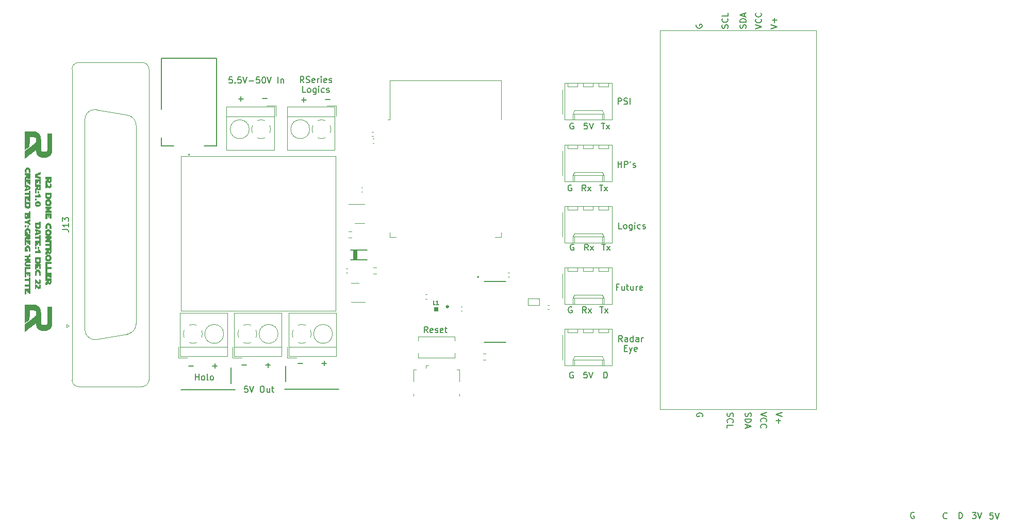
<source format=gbr>
%TF.GenerationSoftware,KiCad,Pcbnew,(6.0.0-0)*%
%TF.CreationDate,2022-12-05T15:29:03-05:00*%
%TF.ProjectId,Dome_Controller_V2,446f6d65-5f43-46f6-9e74-726f6c6c6572,2.0*%
%TF.SameCoordinates,Original*%
%TF.FileFunction,Legend,Top*%
%TF.FilePolarity,Positive*%
%FSLAX46Y46*%
G04 Gerber Fmt 4.6, Leading zero omitted, Abs format (unit mm)*
G04 Created by KiCad (PCBNEW (6.0.0-0)) date 2022-12-05 15:29:03*
%MOMM*%
%LPD*%
G01*
G04 APERTURE LIST*
%ADD10C,0.150000*%
%ADD11C,0.120000*%
%ADD12C,0.101600*%
%ADD13C,0.103000*%
%ADD14C,0.300000*%
%ADD15C,0.010000*%
%ADD16C,0.127000*%
%ADD17C,0.200000*%
G04 APERTURE END LIST*
D10*
X91180000Y-104920000D02*
X91180000Y-107500000D01*
X82890000Y-108890000D02*
X74020000Y-108890000D01*
X82210000Y-105230000D02*
X82210000Y-107810000D01*
X99935000Y-108730000D02*
X91065000Y-108730000D01*
X170189619Y-112565237D02*
X169189619Y-112898571D01*
X170189619Y-113231904D01*
X169284857Y-114136666D02*
X169237238Y-114089047D01*
X169189619Y-113946190D01*
X169189619Y-113850951D01*
X169237238Y-113708094D01*
X169332476Y-113612856D01*
X169427714Y-113565237D01*
X169618190Y-113517618D01*
X169761047Y-113517618D01*
X169951523Y-113565237D01*
X170046761Y-113612856D01*
X170142000Y-113708094D01*
X170189619Y-113850951D01*
X170189619Y-113946190D01*
X170142000Y-114089047D01*
X170094380Y-114136666D01*
X169284857Y-115136666D02*
X169237238Y-115089047D01*
X169189619Y-114946190D01*
X169189619Y-114850951D01*
X169237238Y-114708094D01*
X169332476Y-114612856D01*
X169427714Y-114565237D01*
X169618190Y-114517618D01*
X169761047Y-114517618D01*
X169951523Y-114565237D01*
X170046761Y-114612856D01*
X170142000Y-114708094D01*
X170189619Y-114850951D01*
X170189619Y-114946190D01*
X170142000Y-115089047D01*
X170094380Y-115136666D01*
X166697238Y-112660476D02*
X166649619Y-112803333D01*
X166649619Y-113041428D01*
X166697238Y-113136666D01*
X166744857Y-113184285D01*
X166840095Y-113231904D01*
X166935333Y-113231904D01*
X167030571Y-113184285D01*
X167078190Y-113136666D01*
X167125809Y-113041428D01*
X167173428Y-112850952D01*
X167221047Y-112755714D01*
X167268666Y-112708095D01*
X167363904Y-112660476D01*
X167459142Y-112660476D01*
X167554380Y-112708095D01*
X167602000Y-112755714D01*
X167649619Y-112850952D01*
X167649619Y-113089047D01*
X167602000Y-113231904D01*
X166649619Y-113660476D02*
X167649619Y-113660476D01*
X167649619Y-113898571D01*
X167602000Y-114041428D01*
X167506761Y-114136666D01*
X167411523Y-114184285D01*
X167221047Y-114231904D01*
X167078190Y-114231904D01*
X166887714Y-114184285D01*
X166792476Y-114136666D01*
X166697238Y-114041428D01*
X166649619Y-113898571D01*
X166649619Y-113660476D01*
X166935333Y-114612857D02*
X166935333Y-115089047D01*
X166649619Y-114517619D02*
X167649619Y-114850952D01*
X166649619Y-115184285D01*
X163790761Y-49466857D02*
X163838380Y-49324000D01*
X163838380Y-49085904D01*
X163790761Y-48990666D01*
X163743142Y-48943047D01*
X163647904Y-48895428D01*
X163552666Y-48895428D01*
X163457428Y-48943047D01*
X163409809Y-48990666D01*
X163362190Y-49085904D01*
X163314571Y-49276381D01*
X163266952Y-49371619D01*
X163219333Y-49419238D01*
X163124095Y-49466857D01*
X163028857Y-49466857D01*
X162933619Y-49419238D01*
X162886000Y-49371619D01*
X162838380Y-49276381D01*
X162838380Y-49038285D01*
X162886000Y-48895428D01*
X163743142Y-47895428D02*
X163790761Y-47943047D01*
X163838380Y-48085904D01*
X163838380Y-48181142D01*
X163790761Y-48324000D01*
X163695523Y-48419238D01*
X163600285Y-48466857D01*
X163409809Y-48514476D01*
X163266952Y-48514476D01*
X163076476Y-48466857D01*
X162981238Y-48419238D01*
X162886000Y-48324000D01*
X162838380Y-48181142D01*
X162838380Y-48085904D01*
X162886000Y-47943047D01*
X162933619Y-47895428D01*
X163838380Y-46990666D02*
X163838380Y-47466857D01*
X162838380Y-47466857D01*
X146486857Y-100947380D02*
X146153523Y-100471190D01*
X145915428Y-100947380D02*
X145915428Y-99947380D01*
X146296380Y-99947380D01*
X146391619Y-99995000D01*
X146439238Y-100042619D01*
X146486857Y-100137857D01*
X146486857Y-100280714D01*
X146439238Y-100375952D01*
X146391619Y-100423571D01*
X146296380Y-100471190D01*
X145915428Y-100471190D01*
X147344000Y-100947380D02*
X147344000Y-100423571D01*
X147296380Y-100328333D01*
X147201142Y-100280714D01*
X147010666Y-100280714D01*
X146915428Y-100328333D01*
X147344000Y-100899761D02*
X147248761Y-100947380D01*
X147010666Y-100947380D01*
X146915428Y-100899761D01*
X146867809Y-100804523D01*
X146867809Y-100709285D01*
X146915428Y-100614047D01*
X147010666Y-100566428D01*
X147248761Y-100566428D01*
X147344000Y-100518809D01*
X148248761Y-100947380D02*
X148248761Y-99947380D01*
X148248761Y-100899761D02*
X148153523Y-100947380D01*
X147963047Y-100947380D01*
X147867809Y-100899761D01*
X147820190Y-100852142D01*
X147772571Y-100756904D01*
X147772571Y-100471190D01*
X147820190Y-100375952D01*
X147867809Y-100328333D01*
X147963047Y-100280714D01*
X148153523Y-100280714D01*
X148248761Y-100328333D01*
X149153523Y-100947380D02*
X149153523Y-100423571D01*
X149105904Y-100328333D01*
X149010666Y-100280714D01*
X148820190Y-100280714D01*
X148724952Y-100328333D01*
X149153523Y-100899761D02*
X149058285Y-100947380D01*
X148820190Y-100947380D01*
X148724952Y-100899761D01*
X148677333Y-100804523D01*
X148677333Y-100709285D01*
X148724952Y-100614047D01*
X148820190Y-100566428D01*
X149058285Y-100566428D01*
X149153523Y-100518809D01*
X149629714Y-100947380D02*
X149629714Y-100280714D01*
X149629714Y-100471190D02*
X149677333Y-100375952D01*
X149724952Y-100328333D01*
X149820190Y-100280714D01*
X149915428Y-100280714D01*
X146820190Y-102033571D02*
X147153523Y-102033571D01*
X147296380Y-102557380D02*
X146820190Y-102557380D01*
X146820190Y-101557380D01*
X147296380Y-101557380D01*
X147629714Y-101890714D02*
X147867809Y-102557380D01*
X148105904Y-101890714D02*
X147867809Y-102557380D01*
X147772571Y-102795476D01*
X147724952Y-102843095D01*
X147629714Y-102890714D01*
X148867809Y-102509761D02*
X148772571Y-102557380D01*
X148582095Y-102557380D01*
X148486857Y-102509761D01*
X148439238Y-102414523D01*
X148439238Y-102033571D01*
X148486857Y-101938333D01*
X148582095Y-101890714D01*
X148772571Y-101890714D01*
X148867809Y-101938333D01*
X148915428Y-102033571D01*
X148915428Y-102128809D01*
X148439238Y-102224047D01*
X143043523Y-65048380D02*
X143614952Y-65048380D01*
X143329238Y-66048380D02*
X143329238Y-65048380D01*
X143853047Y-66048380D02*
X144376857Y-65381714D01*
X143853047Y-65381714D02*
X144376857Y-66048380D01*
X84966666Y-108262380D02*
X84490476Y-108262380D01*
X84442857Y-108738571D01*
X84490476Y-108690952D01*
X84585714Y-108643333D01*
X84823809Y-108643333D01*
X84919047Y-108690952D01*
X84966666Y-108738571D01*
X85014285Y-108833809D01*
X85014285Y-109071904D01*
X84966666Y-109167142D01*
X84919047Y-109214761D01*
X84823809Y-109262380D01*
X84585714Y-109262380D01*
X84490476Y-109214761D01*
X84442857Y-109167142D01*
X85300000Y-108262380D02*
X85633333Y-109262380D01*
X85966666Y-108262380D01*
X87252380Y-108262380D02*
X87442857Y-108262380D01*
X87538095Y-108310000D01*
X87633333Y-108405238D01*
X87680952Y-108595714D01*
X87680952Y-108929047D01*
X87633333Y-109119523D01*
X87538095Y-109214761D01*
X87442857Y-109262380D01*
X87252380Y-109262380D01*
X87157142Y-109214761D01*
X87061904Y-109119523D01*
X87014285Y-108929047D01*
X87014285Y-108595714D01*
X87061904Y-108405238D01*
X87157142Y-108310000D01*
X87252380Y-108262380D01*
X88538095Y-108595714D02*
X88538095Y-109262380D01*
X88109523Y-108595714D02*
X88109523Y-109119523D01*
X88157142Y-109214761D01*
X88252380Y-109262380D01*
X88395238Y-109262380D01*
X88490476Y-109214761D01*
X88538095Y-109167142D01*
X88871428Y-108595714D02*
X89252380Y-108595714D01*
X89014285Y-108262380D02*
X89014285Y-109119523D01*
X89061904Y-109214761D01*
X89157142Y-109262380D01*
X89252380Y-109262380D01*
X76367619Y-107262380D02*
X76367619Y-106262380D01*
X76367619Y-106738571D02*
X76939047Y-106738571D01*
X76939047Y-107262380D02*
X76939047Y-106262380D01*
X77558095Y-107262380D02*
X77462857Y-107214761D01*
X77415238Y-107167142D01*
X77367619Y-107071904D01*
X77367619Y-106786190D01*
X77415238Y-106690952D01*
X77462857Y-106643333D01*
X77558095Y-106595714D01*
X77700952Y-106595714D01*
X77796190Y-106643333D01*
X77843809Y-106690952D01*
X77891428Y-106786190D01*
X77891428Y-107071904D01*
X77843809Y-107167142D01*
X77796190Y-107214761D01*
X77700952Y-107262380D01*
X77558095Y-107262380D01*
X78462857Y-107262380D02*
X78367619Y-107214761D01*
X78320000Y-107119523D01*
X78320000Y-106262380D01*
X78986666Y-107262380D02*
X78891428Y-107214761D01*
X78843809Y-107167142D01*
X78796190Y-107071904D01*
X78796190Y-106786190D01*
X78843809Y-106690952D01*
X78891428Y-106643333D01*
X78986666Y-106595714D01*
X79129523Y-106595714D01*
X79224761Y-106643333D01*
X79272380Y-106690952D01*
X79320000Y-106786190D01*
X79320000Y-107071904D01*
X79272380Y-107167142D01*
X79224761Y-107214761D01*
X79129523Y-107262380D01*
X78986666Y-107262380D01*
X170872380Y-49562094D02*
X171872380Y-49228761D01*
X170872380Y-48895428D01*
X171491428Y-48562094D02*
X171491428Y-47800190D01*
X171872380Y-48181142D02*
X171110476Y-48181142D01*
X166744761Y-49466856D02*
X166792380Y-49323999D01*
X166792380Y-49085904D01*
X166744761Y-48990666D01*
X166697142Y-48943047D01*
X166601904Y-48895428D01*
X166506666Y-48895428D01*
X166411428Y-48943047D01*
X166363809Y-48990666D01*
X166316190Y-49085904D01*
X166268571Y-49276380D01*
X166220952Y-49371618D01*
X166173333Y-49419237D01*
X166078095Y-49466856D01*
X165982857Y-49466856D01*
X165887619Y-49419237D01*
X165840000Y-49371618D01*
X165792380Y-49276380D01*
X165792380Y-49038285D01*
X165840000Y-48895428D01*
X166792380Y-48466856D02*
X165792380Y-48466856D01*
X165792380Y-48228761D01*
X165840000Y-48085904D01*
X165935238Y-47990666D01*
X166030476Y-47943047D01*
X166220952Y-47895428D01*
X166363809Y-47895428D01*
X166554285Y-47943047D01*
X166649523Y-47990666D01*
X166744761Y-48085904D01*
X166792380Y-48228761D01*
X166792380Y-48466856D01*
X166506666Y-47514475D02*
X166506666Y-47038285D01*
X166792380Y-47609713D02*
X165792380Y-47276380D01*
X166792380Y-46943047D01*
X143107237Y-84942380D02*
X143678666Y-84942380D01*
X143392952Y-85942380D02*
X143392952Y-84942380D01*
X143916761Y-85942380D02*
X144440571Y-85275714D01*
X143916761Y-85275714D02*
X144440571Y-85942380D01*
X79960952Y-104938571D02*
X79199047Y-104938571D01*
X79580000Y-104557619D02*
X79580000Y-105319523D01*
X83469047Y-61061428D02*
X84230952Y-61061428D01*
X83850000Y-61442380D02*
X83850000Y-60680476D01*
X84780952Y-104818571D02*
X84019047Y-104818571D01*
X87379047Y-61031428D02*
X88140952Y-61031428D01*
X140702571Y-65048380D02*
X140226381Y-65048380D01*
X140178762Y-65524571D01*
X140226381Y-65476952D01*
X140321619Y-65429333D01*
X140559714Y-65429333D01*
X140654952Y-65476952D01*
X140702571Y-65524571D01*
X140750190Y-65619809D01*
X140750190Y-65857904D01*
X140702571Y-65953142D01*
X140654952Y-66000761D01*
X140559714Y-66048380D01*
X140321619Y-66048380D01*
X140226381Y-66000761D01*
X140178762Y-65953142D01*
X141035905Y-65048380D02*
X141369238Y-66048380D01*
X141702571Y-65048380D01*
X93779047Y-61251428D02*
X94540952Y-61251428D01*
X94160000Y-61632380D02*
X94160000Y-60870476D01*
X207338761Y-129062380D02*
X206862571Y-129062380D01*
X206814952Y-129538571D01*
X206862571Y-129490952D01*
X206957809Y-129443333D01*
X207195904Y-129443333D01*
X207291142Y-129490952D01*
X207338761Y-129538571D01*
X207386380Y-129633809D01*
X207386380Y-129871904D01*
X207338761Y-129967142D01*
X207291142Y-130014761D01*
X207195904Y-130062380D01*
X206957809Y-130062380D01*
X206862571Y-130014761D01*
X206814952Y-129967142D01*
X207672095Y-129062380D02*
X208005428Y-130062380D01*
X208338761Y-129062380D01*
X159642000Y-113231904D02*
X159689619Y-113136666D01*
X159689619Y-112993809D01*
X159642000Y-112850952D01*
X159546761Y-112755714D01*
X159451523Y-112708095D01*
X159261047Y-112660476D01*
X159118190Y-112660476D01*
X158927714Y-112708095D01*
X158832476Y-112755714D01*
X158737238Y-112850952D01*
X158689619Y-112993809D01*
X158689619Y-113089047D01*
X158737238Y-113231904D01*
X158784857Y-113279523D01*
X159118190Y-113279523D01*
X159118190Y-113089047D01*
X201752095Y-130002380D02*
X201752095Y-129002380D01*
X201990190Y-129002380D01*
X202133047Y-129050000D01*
X202228285Y-129145238D01*
X202275904Y-129240476D01*
X202323523Y-129430952D01*
X202323523Y-129573809D01*
X202275904Y-129764285D01*
X202228285Y-129859523D01*
X202133047Y-129954761D01*
X201990190Y-130002380D01*
X201752095Y-130002380D01*
X88690952Y-104788571D02*
X87929047Y-104788571D01*
X88310000Y-104407619D02*
X88310000Y-105169523D01*
X143439809Y-106942380D02*
X143439809Y-105942380D01*
X143677904Y-105942380D01*
X143820761Y-105990000D01*
X143915999Y-106085238D01*
X143963618Y-106180476D01*
X144011237Y-106370952D01*
X144011237Y-106513809D01*
X143963618Y-106704285D01*
X143915999Y-106799523D01*
X143820761Y-106894761D01*
X143677904Y-106942380D01*
X143439809Y-106942380D01*
X194395904Y-129030000D02*
X194300666Y-128982380D01*
X194157809Y-128982380D01*
X194014952Y-129030000D01*
X193919714Y-129125238D01*
X193872095Y-129220476D01*
X193824476Y-129410952D01*
X193824476Y-129553809D01*
X193872095Y-129744285D01*
X193919714Y-129839523D01*
X194014952Y-129934761D01*
X194157809Y-129982380D01*
X194253047Y-129982380D01*
X194395904Y-129934761D01*
X194443523Y-129887142D01*
X194443523Y-129553809D01*
X194253047Y-129553809D01*
X145785809Y-61952380D02*
X145785809Y-60952380D01*
X146166761Y-60952380D01*
X146262000Y-61000000D01*
X146309619Y-61047619D01*
X146357238Y-61142857D01*
X146357238Y-61285714D01*
X146309619Y-61380952D01*
X146262000Y-61428571D01*
X146166761Y-61476190D01*
X145785809Y-61476190D01*
X146738190Y-61904761D02*
X146881047Y-61952380D01*
X147119142Y-61952380D01*
X147214380Y-61904761D01*
X147262000Y-61857142D01*
X147309619Y-61761904D01*
X147309619Y-61666666D01*
X147262000Y-61571428D01*
X147214380Y-61523809D01*
X147119142Y-61476190D01*
X146928666Y-61428571D01*
X146833428Y-61380952D01*
X146785809Y-61333333D01*
X146738190Y-61238095D01*
X146738190Y-61142857D01*
X146785809Y-61047619D01*
X146833428Y-61000000D01*
X146928666Y-60952380D01*
X147166761Y-60952380D01*
X147309619Y-61000000D01*
X147738190Y-61952380D02*
X147738190Y-60952380D01*
X140485809Y-76208380D02*
X140152476Y-75732190D01*
X139914381Y-76208380D02*
X139914381Y-75208380D01*
X140295333Y-75208380D01*
X140390571Y-75256000D01*
X140438190Y-75303619D01*
X140485809Y-75398857D01*
X140485809Y-75541714D01*
X140438190Y-75636952D01*
X140390571Y-75684571D01*
X140295333Y-75732190D01*
X139914381Y-75732190D01*
X140819143Y-76208380D02*
X141342952Y-75541714D01*
X140819143Y-75541714D02*
X141342952Y-76208380D01*
X172729619Y-112565238D02*
X171729619Y-112898571D01*
X172729619Y-113231904D01*
X172110571Y-113565238D02*
X172110571Y-114327142D01*
X171729619Y-113946190D02*
X172491523Y-113946190D01*
X145772570Y-72328380D02*
X145772570Y-71328380D01*
X145772570Y-71804571D02*
X146343999Y-71804571D01*
X146343999Y-72328380D02*
X146343999Y-71328380D01*
X146820189Y-72328380D02*
X146820189Y-71328380D01*
X147201142Y-71328380D01*
X147296380Y-71376000D01*
X147343999Y-71423619D01*
X147391618Y-71518857D01*
X147391618Y-71661714D01*
X147343999Y-71756952D01*
X147296380Y-71804571D01*
X147201142Y-71852190D01*
X146820189Y-71852190D01*
X147867808Y-71328380D02*
X147772570Y-71518857D01*
X148248761Y-72280761D02*
X148343999Y-72328380D01*
X148534475Y-72328380D01*
X148629713Y-72280761D01*
X148677332Y-72185523D01*
X148677332Y-72137904D01*
X148629713Y-72042666D01*
X148534475Y-71995047D01*
X148391618Y-71995047D01*
X148296380Y-71947428D01*
X148248761Y-71852190D01*
X148248761Y-71804571D01*
X148296380Y-71709333D01*
X148391618Y-71661714D01*
X148534475Y-71661714D01*
X148629713Y-71709333D01*
X142731523Y-75208380D02*
X143302952Y-75208380D01*
X143017238Y-76208380D02*
X143017238Y-75208380D01*
X143541047Y-76208380D02*
X144064857Y-75541714D01*
X143541047Y-75541714D02*
X144064857Y-76208380D01*
X140670285Y-105942380D02*
X140194095Y-105942380D01*
X140146476Y-106418571D01*
X140194095Y-106370952D01*
X140289333Y-106323333D01*
X140527428Y-106323333D01*
X140622666Y-106370952D01*
X140670285Y-106418571D01*
X140717904Y-106513809D01*
X140717904Y-106751904D01*
X140670285Y-106847142D01*
X140622666Y-106894761D01*
X140527428Y-106942380D01*
X140289333Y-106942380D01*
X140194095Y-106894761D01*
X140146476Y-106847142D01*
X141003619Y-105942380D02*
X141336952Y-106942380D01*
X141670285Y-105942380D01*
X158642000Y-48895428D02*
X158594380Y-48990666D01*
X158594380Y-49133523D01*
X158642000Y-49276380D01*
X158737238Y-49371618D01*
X158832476Y-49419237D01*
X159022952Y-49466856D01*
X159165809Y-49466856D01*
X159356285Y-49419237D01*
X159451523Y-49371618D01*
X159546761Y-49276380D01*
X159594380Y-49133523D01*
X159594380Y-49038285D01*
X159546761Y-48895428D01*
X159499142Y-48847809D01*
X159165809Y-48847809D01*
X159165809Y-49038285D01*
X142785237Y-95224380D02*
X143356666Y-95224380D01*
X143070952Y-96224380D02*
X143070952Y-95224380D01*
X143594761Y-96224380D02*
X144118571Y-95557714D01*
X143594761Y-95557714D02*
X144118571Y-96224380D01*
X138440190Y-65096000D02*
X138344952Y-65048380D01*
X138202095Y-65048380D01*
X138059238Y-65096000D01*
X137964000Y-65191238D01*
X137916381Y-65286476D01*
X137868762Y-65476952D01*
X137868762Y-65619809D01*
X137916381Y-65810285D01*
X137964000Y-65905523D01*
X138059238Y-66000761D01*
X138202095Y-66048380D01*
X138297333Y-66048380D01*
X138440190Y-66000761D01*
X138487809Y-65953142D01*
X138487809Y-65619809D01*
X138297333Y-65619809D01*
X82423809Y-57482380D02*
X81947619Y-57482380D01*
X81900000Y-57958571D01*
X81947619Y-57910952D01*
X82042857Y-57863333D01*
X82280952Y-57863333D01*
X82376190Y-57910952D01*
X82423809Y-57958571D01*
X82471428Y-58053809D01*
X82471428Y-58291904D01*
X82423809Y-58387142D01*
X82376190Y-58434761D01*
X82280952Y-58482380D01*
X82042857Y-58482380D01*
X81947619Y-58434761D01*
X81900000Y-58387142D01*
X82900000Y-58387142D02*
X82947619Y-58434761D01*
X82900000Y-58482380D01*
X82852380Y-58434761D01*
X82900000Y-58387142D01*
X82900000Y-58482380D01*
X83852380Y-57482380D02*
X83376190Y-57482380D01*
X83328571Y-57958571D01*
X83376190Y-57910952D01*
X83471428Y-57863333D01*
X83709523Y-57863333D01*
X83804761Y-57910952D01*
X83852380Y-57958571D01*
X83900000Y-58053809D01*
X83900000Y-58291904D01*
X83852380Y-58387142D01*
X83804761Y-58434761D01*
X83709523Y-58482380D01*
X83471428Y-58482380D01*
X83376190Y-58434761D01*
X83328571Y-58387142D01*
X84185714Y-57482380D02*
X84519047Y-58482380D01*
X84852380Y-57482380D01*
X85185714Y-58101428D02*
X85947619Y-58101428D01*
X86900000Y-57482380D02*
X86423809Y-57482380D01*
X86376190Y-57958571D01*
X86423809Y-57910952D01*
X86519047Y-57863333D01*
X86757142Y-57863333D01*
X86852380Y-57910952D01*
X86900000Y-57958571D01*
X86947619Y-58053809D01*
X86947619Y-58291904D01*
X86900000Y-58387142D01*
X86852380Y-58434761D01*
X86757142Y-58482380D01*
X86519047Y-58482380D01*
X86423809Y-58434761D01*
X86376190Y-58387142D01*
X87566666Y-57482380D02*
X87661904Y-57482380D01*
X87757142Y-57530000D01*
X87804761Y-57577619D01*
X87852380Y-57672857D01*
X87900000Y-57863333D01*
X87900000Y-58101428D01*
X87852380Y-58291904D01*
X87804761Y-58387142D01*
X87757142Y-58434761D01*
X87661904Y-58482380D01*
X87566666Y-58482380D01*
X87471428Y-58434761D01*
X87423809Y-58387142D01*
X87376190Y-58291904D01*
X87328571Y-58101428D01*
X87328571Y-57863333D01*
X87376190Y-57672857D01*
X87423809Y-57577619D01*
X87471428Y-57530000D01*
X87566666Y-57482380D01*
X88185714Y-57482380D02*
X88519047Y-58482380D01*
X88852380Y-57482380D01*
X89947619Y-58482380D02*
X89947619Y-57482380D01*
X90423809Y-57815714D02*
X90423809Y-58482380D01*
X90423809Y-57910952D02*
X90471428Y-57863333D01*
X90566666Y-57815714D01*
X90709523Y-57815714D01*
X90804761Y-57863333D01*
X90852380Y-57958571D01*
X90852380Y-58482380D01*
X94183809Y-58407380D02*
X93850476Y-57931190D01*
X93612380Y-58407380D02*
X93612380Y-57407380D01*
X93993333Y-57407380D01*
X94088571Y-57455000D01*
X94136190Y-57502619D01*
X94183809Y-57597857D01*
X94183809Y-57740714D01*
X94136190Y-57835952D01*
X94088571Y-57883571D01*
X93993333Y-57931190D01*
X93612380Y-57931190D01*
X94564761Y-58359761D02*
X94707619Y-58407380D01*
X94945714Y-58407380D01*
X95040952Y-58359761D01*
X95088571Y-58312142D01*
X95136190Y-58216904D01*
X95136190Y-58121666D01*
X95088571Y-58026428D01*
X95040952Y-57978809D01*
X94945714Y-57931190D01*
X94755238Y-57883571D01*
X94660000Y-57835952D01*
X94612380Y-57788333D01*
X94564761Y-57693095D01*
X94564761Y-57597857D01*
X94612380Y-57502619D01*
X94660000Y-57455000D01*
X94755238Y-57407380D01*
X94993333Y-57407380D01*
X95136190Y-57455000D01*
X95945714Y-58359761D02*
X95850476Y-58407380D01*
X95660000Y-58407380D01*
X95564761Y-58359761D01*
X95517142Y-58264523D01*
X95517142Y-57883571D01*
X95564761Y-57788333D01*
X95660000Y-57740714D01*
X95850476Y-57740714D01*
X95945714Y-57788333D01*
X95993333Y-57883571D01*
X95993333Y-57978809D01*
X95517142Y-58074047D01*
X96421904Y-58407380D02*
X96421904Y-57740714D01*
X96421904Y-57931190D02*
X96469523Y-57835952D01*
X96517142Y-57788333D01*
X96612380Y-57740714D01*
X96707619Y-57740714D01*
X97040952Y-58407380D02*
X97040952Y-57740714D01*
X97040952Y-57407380D02*
X96993333Y-57455000D01*
X97040952Y-57502619D01*
X97088571Y-57455000D01*
X97040952Y-57407380D01*
X97040952Y-57502619D01*
X97898095Y-58359761D02*
X97802857Y-58407380D01*
X97612380Y-58407380D01*
X97517142Y-58359761D01*
X97469523Y-58264523D01*
X97469523Y-57883571D01*
X97517142Y-57788333D01*
X97612380Y-57740714D01*
X97802857Y-57740714D01*
X97898095Y-57788333D01*
X97945714Y-57883571D01*
X97945714Y-57978809D01*
X97469523Y-58074047D01*
X98326666Y-58359761D02*
X98421904Y-58407380D01*
X98612380Y-58407380D01*
X98707619Y-58359761D01*
X98755238Y-58264523D01*
X98755238Y-58216904D01*
X98707619Y-58121666D01*
X98612380Y-58074047D01*
X98469523Y-58074047D01*
X98374285Y-58026428D01*
X98326666Y-57931190D01*
X98326666Y-57883571D01*
X98374285Y-57788333D01*
X98469523Y-57740714D01*
X98612380Y-57740714D01*
X98707619Y-57788333D01*
X94493333Y-60017380D02*
X94017142Y-60017380D01*
X94017142Y-59017380D01*
X94969523Y-60017380D02*
X94874285Y-59969761D01*
X94826666Y-59922142D01*
X94779047Y-59826904D01*
X94779047Y-59541190D01*
X94826666Y-59445952D01*
X94874285Y-59398333D01*
X94969523Y-59350714D01*
X95112380Y-59350714D01*
X95207619Y-59398333D01*
X95255238Y-59445952D01*
X95302857Y-59541190D01*
X95302857Y-59826904D01*
X95255238Y-59922142D01*
X95207619Y-59969761D01*
X95112380Y-60017380D01*
X94969523Y-60017380D01*
X96160000Y-59350714D02*
X96160000Y-60160238D01*
X96112380Y-60255476D01*
X96064761Y-60303095D01*
X95969523Y-60350714D01*
X95826666Y-60350714D01*
X95731428Y-60303095D01*
X96160000Y-59969761D02*
X96064761Y-60017380D01*
X95874285Y-60017380D01*
X95779047Y-59969761D01*
X95731428Y-59922142D01*
X95683809Y-59826904D01*
X95683809Y-59541190D01*
X95731428Y-59445952D01*
X95779047Y-59398333D01*
X95874285Y-59350714D01*
X96064761Y-59350714D01*
X96160000Y-59398333D01*
X96636190Y-60017380D02*
X96636190Y-59350714D01*
X96636190Y-59017380D02*
X96588571Y-59065000D01*
X96636190Y-59112619D01*
X96683809Y-59065000D01*
X96636190Y-59017380D01*
X96636190Y-59112619D01*
X97540952Y-59969761D02*
X97445714Y-60017380D01*
X97255238Y-60017380D01*
X97160000Y-59969761D01*
X97112380Y-59922142D01*
X97064761Y-59826904D01*
X97064761Y-59541190D01*
X97112380Y-59445952D01*
X97160000Y-59398333D01*
X97255238Y-59350714D01*
X97445714Y-59350714D01*
X97540952Y-59398333D01*
X97921904Y-59969761D02*
X98017142Y-60017380D01*
X98207619Y-60017380D01*
X98302857Y-59969761D01*
X98350476Y-59874523D01*
X98350476Y-59826904D01*
X98302857Y-59731666D01*
X98207619Y-59684047D01*
X98064761Y-59684047D01*
X97969523Y-59636428D01*
X97921904Y-59541190D01*
X97921904Y-59493571D01*
X97969523Y-59398333D01*
X98064761Y-59350714D01*
X98207619Y-59350714D01*
X98302857Y-59398333D01*
X203943047Y-129022380D02*
X204562094Y-129022380D01*
X204228761Y-129403333D01*
X204371618Y-129403333D01*
X204466856Y-129450952D01*
X204514475Y-129498571D01*
X204562094Y-129593809D01*
X204562094Y-129831904D01*
X204514475Y-129927142D01*
X204466856Y-129974761D01*
X204371618Y-130022380D01*
X204085904Y-130022380D01*
X203990666Y-129974761D01*
X203943047Y-129927142D01*
X204847809Y-129022380D02*
X205181142Y-130022380D01*
X205514475Y-129022380D01*
X146408761Y-82398380D02*
X145932570Y-82398380D01*
X145932570Y-81398380D01*
X146884951Y-82398380D02*
X146789713Y-82350761D01*
X146742094Y-82303142D01*
X146694475Y-82207904D01*
X146694475Y-81922190D01*
X146742094Y-81826952D01*
X146789713Y-81779333D01*
X146884951Y-81731714D01*
X147027808Y-81731714D01*
X147123047Y-81779333D01*
X147170666Y-81826952D01*
X147218285Y-81922190D01*
X147218285Y-82207904D01*
X147170666Y-82303142D01*
X147123047Y-82350761D01*
X147027808Y-82398380D01*
X146884951Y-82398380D01*
X148075428Y-81731714D02*
X148075428Y-82541238D01*
X148027808Y-82636476D01*
X147980189Y-82684095D01*
X147884951Y-82731714D01*
X147742094Y-82731714D01*
X147646856Y-82684095D01*
X148075428Y-82350761D02*
X147980189Y-82398380D01*
X147789713Y-82398380D01*
X147694475Y-82350761D01*
X147646856Y-82303142D01*
X147599237Y-82207904D01*
X147599237Y-81922190D01*
X147646856Y-81826952D01*
X147694475Y-81779333D01*
X147789713Y-81731714D01*
X147980189Y-81731714D01*
X148075428Y-81779333D01*
X148551618Y-82398380D02*
X148551618Y-81731714D01*
X148551618Y-81398380D02*
X148503999Y-81446000D01*
X148551618Y-81493619D01*
X148599237Y-81446000D01*
X148551618Y-81398380D01*
X148551618Y-81493619D01*
X149456380Y-82350761D02*
X149361142Y-82398380D01*
X149170666Y-82398380D01*
X149075428Y-82350761D01*
X149027808Y-82303142D01*
X148980189Y-82207904D01*
X148980189Y-81922190D01*
X149027808Y-81826952D01*
X149075428Y-81779333D01*
X149170666Y-81731714D01*
X149361142Y-81731714D01*
X149456380Y-81779333D01*
X149837332Y-82350761D02*
X149932570Y-82398380D01*
X150123047Y-82398380D01*
X150218285Y-82350761D01*
X150265904Y-82255523D01*
X150265904Y-82207904D01*
X150218285Y-82112666D01*
X150123047Y-82065047D01*
X149980189Y-82065047D01*
X149884951Y-82017428D01*
X149837332Y-81922190D01*
X149837332Y-81874571D01*
X149884951Y-81779333D01*
X149980189Y-81731714D01*
X150123047Y-81731714D01*
X150218285Y-81779333D01*
X140539523Y-96224380D02*
X140206190Y-95748190D01*
X139968095Y-96224380D02*
X139968095Y-95224380D01*
X140349047Y-95224380D01*
X140444285Y-95272000D01*
X140491904Y-95319619D01*
X140539523Y-95414857D01*
X140539523Y-95557714D01*
X140491904Y-95652952D01*
X140444285Y-95700571D01*
X140349047Y-95748190D01*
X139968095Y-95748190D01*
X140872857Y-96224380D02*
X141396666Y-95557714D01*
X140872857Y-95557714D02*
X141396666Y-96224380D01*
X138128190Y-75256000D02*
X138032952Y-75208380D01*
X137890095Y-75208380D01*
X137747238Y-75256000D01*
X137652000Y-75351238D01*
X137604381Y-75446476D01*
X137556762Y-75636952D01*
X137556762Y-75779809D01*
X137604381Y-75970285D01*
X137652000Y-76065523D01*
X137747238Y-76160761D01*
X137890095Y-76208380D01*
X137985333Y-76208380D01*
X138128190Y-76160761D01*
X138175809Y-76113142D01*
X138175809Y-75779809D01*
X137985333Y-75779809D01*
X140861523Y-85942380D02*
X140528190Y-85466190D01*
X140290095Y-85942380D02*
X140290095Y-84942380D01*
X140671047Y-84942380D01*
X140766285Y-84990000D01*
X140813904Y-85037619D01*
X140861523Y-85132857D01*
X140861523Y-85275714D01*
X140813904Y-85370952D01*
X140766285Y-85418571D01*
X140671047Y-85466190D01*
X140290095Y-85466190D01*
X141194857Y-85942380D02*
X141718666Y-85275714D01*
X141194857Y-85275714D02*
X141718666Y-85942380D01*
X145844285Y-91982571D02*
X145510952Y-91982571D01*
X145510952Y-92506380D02*
X145510952Y-91506380D01*
X145987142Y-91506380D01*
X146796666Y-91839714D02*
X146796666Y-92506380D01*
X146368095Y-91839714D02*
X146368095Y-92363523D01*
X146415714Y-92458761D01*
X146510952Y-92506380D01*
X146653809Y-92506380D01*
X146749047Y-92458761D01*
X146796666Y-92411142D01*
X147130000Y-91839714D02*
X147510952Y-91839714D01*
X147272857Y-91506380D02*
X147272857Y-92363523D01*
X147320476Y-92458761D01*
X147415714Y-92506380D01*
X147510952Y-92506380D01*
X148272857Y-91839714D02*
X148272857Y-92506380D01*
X147844285Y-91839714D02*
X147844285Y-92363523D01*
X147891904Y-92458761D01*
X147987142Y-92506380D01*
X148130000Y-92506380D01*
X148225238Y-92458761D01*
X148272857Y-92411142D01*
X148749047Y-92506380D02*
X148749047Y-91839714D01*
X148749047Y-92030190D02*
X148796666Y-91934952D01*
X148844285Y-91887333D01*
X148939523Y-91839714D01*
X149034761Y-91839714D01*
X149749047Y-92458761D02*
X149653809Y-92506380D01*
X149463333Y-92506380D01*
X149368095Y-92458761D01*
X149320476Y-92363523D01*
X149320476Y-91982571D01*
X149368095Y-91887333D01*
X149463333Y-91839714D01*
X149653809Y-91839714D01*
X149749047Y-91887333D01*
X149796666Y-91982571D01*
X149796666Y-92077809D01*
X149320476Y-92173047D01*
X168332380Y-49562095D02*
X169332380Y-49228762D01*
X168332380Y-48895428D01*
X169237142Y-47990666D02*
X169284761Y-48038285D01*
X169332380Y-48181142D01*
X169332380Y-48276381D01*
X169284761Y-48419238D01*
X169189523Y-48514476D01*
X169094285Y-48562095D01*
X168903809Y-48609714D01*
X168760952Y-48609714D01*
X168570476Y-48562095D01*
X168475238Y-48514476D01*
X168380000Y-48419238D01*
X168332380Y-48276381D01*
X168332380Y-48181142D01*
X168380000Y-48038285D01*
X168427619Y-47990666D01*
X169237142Y-46990666D02*
X169284761Y-47038285D01*
X169332380Y-47181142D01*
X169332380Y-47276381D01*
X169284761Y-47419238D01*
X169189523Y-47514476D01*
X169094285Y-47562095D01*
X168903809Y-47609714D01*
X168760952Y-47609714D01*
X168570476Y-47562095D01*
X168475238Y-47514476D01*
X168380000Y-47419238D01*
X168332380Y-47276381D01*
X168332380Y-47181142D01*
X168380000Y-47038285D01*
X168427619Y-46990666D01*
X138181904Y-95272000D02*
X138086666Y-95224380D01*
X137943809Y-95224380D01*
X137800952Y-95272000D01*
X137705714Y-95367238D01*
X137658095Y-95462476D01*
X137610476Y-95652952D01*
X137610476Y-95795809D01*
X137658095Y-95986285D01*
X137705714Y-96081523D01*
X137800952Y-96176761D01*
X137943809Y-96224380D01*
X138039047Y-96224380D01*
X138181904Y-96176761D01*
X138229523Y-96129142D01*
X138229523Y-95795809D01*
X138039047Y-95795809D01*
X76050952Y-104968571D02*
X75289047Y-104968571D01*
X97910952Y-104528571D02*
X97149047Y-104528571D01*
X97530000Y-104147619D02*
X97530000Y-104909523D01*
X114523904Y-99480380D02*
X114190571Y-99004190D01*
X113952476Y-99480380D02*
X113952476Y-98480380D01*
X114333428Y-98480380D01*
X114428666Y-98528000D01*
X114476285Y-98575619D01*
X114523904Y-98670857D01*
X114523904Y-98813714D01*
X114476285Y-98908952D01*
X114428666Y-98956571D01*
X114333428Y-99004190D01*
X113952476Y-99004190D01*
X115333428Y-99432761D02*
X115238190Y-99480380D01*
X115047714Y-99480380D01*
X114952476Y-99432761D01*
X114904857Y-99337523D01*
X114904857Y-98956571D01*
X114952476Y-98861333D01*
X115047714Y-98813714D01*
X115238190Y-98813714D01*
X115333428Y-98861333D01*
X115381047Y-98956571D01*
X115381047Y-99051809D01*
X114904857Y-99147047D01*
X115762000Y-99432761D02*
X115857238Y-99480380D01*
X116047714Y-99480380D01*
X116142952Y-99432761D01*
X116190571Y-99337523D01*
X116190571Y-99289904D01*
X116142952Y-99194666D01*
X116047714Y-99147047D01*
X115904857Y-99147047D01*
X115809619Y-99099428D01*
X115762000Y-99004190D01*
X115762000Y-98956571D01*
X115809619Y-98861333D01*
X115904857Y-98813714D01*
X116047714Y-98813714D01*
X116142952Y-98861333D01*
X117000095Y-99432761D02*
X116904857Y-99480380D01*
X116714380Y-99480380D01*
X116619142Y-99432761D01*
X116571523Y-99337523D01*
X116571523Y-98956571D01*
X116619142Y-98861333D01*
X116714380Y-98813714D01*
X116904857Y-98813714D01*
X117000095Y-98861333D01*
X117047714Y-98956571D01*
X117047714Y-99051809D01*
X116571523Y-99147047D01*
X117333428Y-98813714D02*
X117714380Y-98813714D01*
X117476285Y-98480380D02*
X117476285Y-99337523D01*
X117523904Y-99432761D01*
X117619142Y-99480380D01*
X117714380Y-99480380D01*
X138407904Y-105990000D02*
X138312666Y-105942380D01*
X138169809Y-105942380D01*
X138026952Y-105990000D01*
X137931714Y-106085238D01*
X137884095Y-106180476D01*
X137836476Y-106370952D01*
X137836476Y-106513809D01*
X137884095Y-106704285D01*
X137931714Y-106799523D01*
X138026952Y-106894761D01*
X138169809Y-106942380D01*
X138265047Y-106942380D01*
X138407904Y-106894761D01*
X138455523Y-106847142D01*
X138455523Y-106513809D01*
X138265047Y-106513809D01*
X163743238Y-112660475D02*
X163695619Y-112803332D01*
X163695619Y-113041428D01*
X163743238Y-113136666D01*
X163790857Y-113184285D01*
X163886095Y-113231904D01*
X163981333Y-113231904D01*
X164076571Y-113184285D01*
X164124190Y-113136666D01*
X164171809Y-113041428D01*
X164219428Y-112850952D01*
X164267047Y-112755713D01*
X164314666Y-112708094D01*
X164409904Y-112660475D01*
X164505142Y-112660475D01*
X164600380Y-112708094D01*
X164648000Y-112755713D01*
X164695619Y-112850952D01*
X164695619Y-113089047D01*
X164648000Y-113231904D01*
X163790857Y-114231904D02*
X163743238Y-114184285D01*
X163695619Y-114041428D01*
X163695619Y-113946190D01*
X163743238Y-113803332D01*
X163838476Y-113708094D01*
X163933714Y-113660475D01*
X164124190Y-113612856D01*
X164267047Y-113612856D01*
X164457523Y-113660475D01*
X164552761Y-113708094D01*
X164648000Y-113803332D01*
X164695619Y-113946190D01*
X164695619Y-114041428D01*
X164648000Y-114184285D01*
X164600380Y-114231904D01*
X163695619Y-115136666D02*
X163695619Y-114660475D01*
X164695619Y-114660475D01*
X97689047Y-61221428D02*
X98450952Y-61221428D01*
X138503904Y-84990000D02*
X138408666Y-84942380D01*
X138265809Y-84942380D01*
X138122952Y-84990000D01*
X138027714Y-85085238D01*
X137980095Y-85180476D01*
X137932476Y-85370952D01*
X137932476Y-85513809D01*
X137980095Y-85704285D01*
X138027714Y-85799523D01*
X138122952Y-85894761D01*
X138265809Y-85942380D01*
X138361047Y-85942380D01*
X138503904Y-85894761D01*
X138551523Y-85847142D01*
X138551523Y-85513809D01*
X138361047Y-85513809D01*
X94000952Y-104558571D02*
X93239047Y-104558571D01*
X199793523Y-129957142D02*
X199745904Y-130004761D01*
X199603047Y-130052380D01*
X199507809Y-130052380D01*
X199364952Y-130004761D01*
X199269714Y-129909523D01*
X199222095Y-129814285D01*
X199174476Y-129623809D01*
X199174476Y-129480952D01*
X199222095Y-129290476D01*
X199269714Y-129195238D01*
X199364952Y-129100000D01*
X199507809Y-129052380D01*
X199603047Y-129052380D01*
X199745904Y-129100000D01*
X199793523Y-129147619D01*
%TO.C,L1*%
X115759333Y-94860523D02*
X115454571Y-94860523D01*
X115454571Y-94220523D01*
X116307904Y-94860523D02*
X115942190Y-94860523D01*
X116125047Y-94860523D02*
X116125047Y-94220523D01*
X116064095Y-94311952D01*
X116003142Y-94372904D01*
X115942190Y-94403380D01*
%TO.C,J13*%
X54565718Y-82531523D02*
X55280004Y-82531523D01*
X55422861Y-82579142D01*
X55518099Y-82674380D01*
X55565718Y-82817238D01*
X55565718Y-82912476D01*
X55565718Y-81531523D02*
X55565718Y-82102952D01*
X55565718Y-81817238D02*
X54565718Y-81817238D01*
X54708576Y-81912476D01*
X54803814Y-82007714D01*
X54851433Y-82102952D01*
X54565718Y-81198190D02*
X54565718Y-80579142D01*
X54946671Y-80912476D01*
X54946671Y-80769619D01*
X54994290Y-80674380D01*
X55041909Y-80626761D01*
X55137147Y-80579142D01*
X55375242Y-80579142D01*
X55470480Y-80626761D01*
X55518099Y-80674380D01*
X55565718Y-80769619D01*
X55565718Y-81055333D01*
X55518099Y-81150571D01*
X55470480Y-81198190D01*
D11*
%TO.C,J7*%
X73560000Y-103586000D02*
X75060000Y-103586000D01*
X73560000Y-101846000D02*
X73560000Y-103586000D01*
X73800000Y-103346000D02*
X81620000Y-103346000D01*
X73800000Y-101786000D02*
X81620000Y-101786000D01*
X73800000Y-96226000D02*
X73800000Y-103346000D01*
X81620000Y-96226000D02*
X81620000Y-103346000D01*
X73800000Y-96226000D02*
X81620000Y-96226000D01*
X76568000Y-98254000D02*
G75*
G03*
X75352258Y-98253891I-607999J-1432003D01*
G01*
X74528000Y-99078000D02*
G75*
G03*
X74527891Y-100293742I1432003J-607999D01*
G01*
X75352000Y-101118000D02*
G75*
G03*
X75987011Y-101241493I607998J1431988D01*
G01*
X77392000Y-100294000D02*
G75*
G03*
X77392109Y-99078258I-1432003J607999D01*
G01*
X75960000Y-101241000D02*
G75*
G03*
X76567587Y-101117385I1J1554997D01*
G01*
X81015000Y-99686000D02*
G75*
G03*
X81015000Y-99686000I-1555000J0D01*
G01*
%TO.C,C5*%
X101106164Y-89652000D02*
X101321836Y-89652000D01*
X101106164Y-88932000D02*
X101321836Y-88932000D01*
D12*
%TO.C,U5*%
X130951000Y-95002800D02*
X130951000Y-93852800D01*
X130951000Y-93852800D02*
X132851000Y-93852800D01*
X132851000Y-93852800D02*
X132851000Y-95002800D01*
X132851000Y-95002800D02*
X130951000Y-95002800D01*
D13*
X132702500Y-94052800D02*
G75*
G03*
X132702500Y-94052800I-51500J0D01*
G01*
%TO.C,L1*%
D14*
X117916000Y-95195000D02*
G75*
G03*
X117916000Y-95195000I-150000J0D01*
G01*
D15*
X115566000Y-95295000D02*
X116166000Y-95295000D01*
X116166000Y-95295000D02*
X116166000Y-95895000D01*
X116166000Y-95895000D02*
X115566000Y-95895000D01*
X115566000Y-95895000D02*
X115566000Y-95295000D01*
G36*
X116166000Y-95895000D02*
G01*
X115566000Y-95895000D01*
X115566000Y-95295000D01*
X116166000Y-95295000D01*
X116166000Y-95895000D01*
G37*
X116166000Y-95895000D02*
X115566000Y-95895000D01*
X115566000Y-95295000D01*
X116166000Y-95295000D01*
X116166000Y-95895000D01*
D16*
%TO.C,J14*%
X70814000Y-62804000D02*
X70814000Y-54424000D01*
X70814000Y-68824000D02*
X72794000Y-68824000D01*
X70814000Y-68824000D02*
X70814000Y-67444000D01*
X79814000Y-68824000D02*
X77834000Y-68824000D01*
X79814000Y-54424000D02*
X79814000Y-68824000D01*
X70814000Y-54424000D02*
X79814000Y-54424000D01*
D17*
X75414000Y-70224000D02*
G75*
G03*
X75414000Y-70224000I-100000J0D01*
G01*
D11*
%TO.C,R3*%
X102025258Y-82851500D02*
X101550742Y-82851500D01*
X102025258Y-83896500D02*
X101550742Y-83896500D01*
%TO.C,C1*%
X134228164Y-95674000D02*
X134443836Y-95674000D01*
X134228164Y-94954000D02*
X134443836Y-94954000D01*
%TO.C,C4*%
X120175836Y-95916000D02*
X119960164Y-95916000D01*
X120175836Y-95196000D02*
X119960164Y-95196000D01*
%TO.C,J4*%
X142622000Y-78693000D02*
X142622000Y-79293000D01*
X136962000Y-84713000D02*
X144802000Y-84713000D01*
X142622000Y-79293000D02*
X144222000Y-79293000D01*
X138592000Y-84713000D02*
X138592000Y-83713000D01*
X140082000Y-78693000D02*
X140082000Y-79293000D01*
X143172000Y-84713000D02*
X143172000Y-83713000D01*
X144222000Y-79293000D02*
X144222000Y-78693000D01*
X138342000Y-84713000D02*
X138342000Y-83713000D01*
X144802000Y-84713000D02*
X144802000Y-78693000D01*
X143422000Y-83713000D02*
X143422000Y-84713000D01*
X141682000Y-79293000D02*
X141682000Y-78693000D01*
X138342000Y-83713000D02*
X138592000Y-83183000D01*
X138592000Y-83183000D02*
X143172000Y-83183000D01*
X143172000Y-83183000D02*
X143422000Y-83713000D01*
X139142000Y-79293000D02*
X139142000Y-78693000D01*
X136962000Y-78693000D02*
X136962000Y-84713000D01*
X140082000Y-79293000D02*
X141682000Y-79293000D01*
X137542000Y-79293000D02*
X139142000Y-79293000D01*
X137542000Y-78693000D02*
X137542000Y-79293000D01*
X144802000Y-78693000D02*
X136962000Y-78693000D01*
X136672000Y-79723000D02*
X136672000Y-83723000D01*
X138342000Y-83713000D02*
X143422000Y-83713000D01*
%TO.C,J1*%
X119748000Y-109498000D02*
X119748000Y-109898000D01*
X112228000Y-109898000D02*
X112228000Y-109498000D01*
X119748000Y-107528000D02*
X119748000Y-105548000D01*
X112228000Y-105548000D02*
X112648000Y-105548000D01*
X114228000Y-105318000D02*
X114228000Y-104868000D01*
X112228000Y-107528000D02*
X112228000Y-105548000D01*
X119748000Y-105548000D02*
X119328000Y-105548000D01*
X114678000Y-104868000D02*
X114228000Y-104868000D01*
%TO.C,C3*%
X105679836Y-67642000D02*
X105464164Y-67642000D01*
X105679836Y-68362000D02*
X105464164Y-68362000D01*
%TO.C,R2*%
X105596742Y-89822500D02*
X106071258Y-89822500D01*
X105596742Y-88777500D02*
X106071258Y-88777500D01*
%TO.C,J10*%
X142622000Y-59104000D02*
X144222000Y-59104000D01*
X144802000Y-64524000D02*
X144802000Y-58504000D01*
X143172000Y-64524000D02*
X143172000Y-63524000D01*
X138342000Y-64524000D02*
X138342000Y-63524000D01*
X141682000Y-59104000D02*
X141682000Y-58504000D01*
X138592000Y-64524000D02*
X138592000Y-63524000D01*
X143172000Y-62994000D02*
X143422000Y-63524000D01*
X143422000Y-63524000D02*
X143422000Y-64524000D01*
X137542000Y-59104000D02*
X139142000Y-59104000D01*
X139142000Y-59104000D02*
X139142000Y-58504000D01*
X138342000Y-63524000D02*
X143422000Y-63524000D01*
X136962000Y-64524000D02*
X144802000Y-64524000D01*
X144802000Y-58504000D02*
X136962000Y-58504000D01*
X140082000Y-58504000D02*
X140082000Y-59104000D01*
X137542000Y-58504000D02*
X137542000Y-59104000D01*
X138592000Y-62994000D02*
X143172000Y-62994000D01*
X144222000Y-59104000D02*
X144222000Y-58504000D01*
X136962000Y-58504000D02*
X136962000Y-64524000D01*
X142622000Y-58504000D02*
X142622000Y-59104000D01*
X140082000Y-59104000D02*
X141682000Y-59104000D01*
X136672000Y-59534000D02*
X136672000Y-63534000D01*
X138342000Y-63524000D02*
X138592000Y-62994000D01*
%TO.C,C7*%
X103843836Y-75638000D02*
X103628164Y-75638000D01*
X103843836Y-76358000D02*
X103628164Y-76358000D01*
%TO.C,C2*%
X105587836Y-67238000D02*
X105372164Y-67238000D01*
X105587836Y-66518000D02*
X105372164Y-66518000D01*
%TO.C,J9*%
X82499000Y-103586000D02*
X83999000Y-103586000D01*
X82739000Y-96226000D02*
X90559000Y-96226000D01*
X82499000Y-101846000D02*
X82499000Y-103586000D01*
X82739000Y-103346000D02*
X90559000Y-103346000D01*
X90559000Y-96226000D02*
X90559000Y-103346000D01*
X82739000Y-96226000D02*
X82739000Y-103346000D01*
X82739000Y-101786000D02*
X90559000Y-101786000D01*
X85507000Y-98254000D02*
G75*
G03*
X84291258Y-98253891I-607999J-1432003D01*
G01*
X86331000Y-100294000D02*
G75*
G03*
X86331109Y-99078258I-1432003J607999D01*
G01*
X84899000Y-101241000D02*
G75*
G03*
X85506587Y-101117385I1J1554997D01*
G01*
X84291000Y-101118000D02*
G75*
G03*
X84926011Y-101241493I607998J1431988D01*
G01*
X83467000Y-99078000D02*
G75*
G03*
X83466891Y-100293742I1432003J-607999D01*
G01*
X89954000Y-99686000D02*
G75*
G03*
X89954000Y-99686000I-1555000J0D01*
G01*
%TO.C,J11*%
X137542000Y-89387500D02*
X139142000Y-89387500D01*
X138342000Y-94807500D02*
X138342000Y-93807500D01*
X143172000Y-94807500D02*
X143172000Y-93807500D01*
X137542000Y-88787500D02*
X137542000Y-89387500D01*
X139142000Y-89387500D02*
X139142000Y-88787500D01*
X136672000Y-89817500D02*
X136672000Y-93817500D01*
X144802000Y-94807500D02*
X144802000Y-88787500D01*
X144222000Y-89387500D02*
X144222000Y-88787500D01*
X142622000Y-88787500D02*
X142622000Y-89387500D01*
X144802000Y-88787500D02*
X136962000Y-88787500D01*
X138592000Y-93277500D02*
X143172000Y-93277500D01*
X143422000Y-93807500D02*
X143422000Y-94807500D01*
X138342000Y-93807500D02*
X143422000Y-93807500D01*
X138342000Y-93807500D02*
X138592000Y-93277500D01*
X136962000Y-94807500D02*
X144802000Y-94807500D01*
X143172000Y-93277500D02*
X143422000Y-93807500D01*
X142622000Y-89387500D02*
X144222000Y-89387500D01*
X138592000Y-94807500D02*
X138592000Y-93807500D01*
X140082000Y-89387500D02*
X141682000Y-89387500D01*
X140082000Y-88787500D02*
X140082000Y-89387500D01*
X136962000Y-88787500D02*
X136962000Y-94807500D01*
X141682000Y-89387500D02*
X141682000Y-88787500D01*
%TO.C,U1*%
X126576000Y-83772000D02*
X125576000Y-83772000D01*
X108336000Y-58027000D02*
X108336000Y-64447000D01*
X126576000Y-82992000D02*
X126576000Y-83772000D01*
X108336000Y-64447000D02*
X107956000Y-64447000D01*
X126576000Y-58027000D02*
X126576000Y-64447000D01*
X108336000Y-58027000D02*
X126576000Y-58027000D01*
X108336000Y-83772000D02*
X109336000Y-83772000D01*
X108336000Y-82992000D02*
X108336000Y-83772000D01*
D16*
%TO.C,U4*%
X123776000Y-101080000D02*
X127326000Y-101080000D01*
X123776000Y-101080000D02*
X127326000Y-101080000D01*
X123776000Y-91080000D02*
X127326000Y-91080000D01*
X123776000Y-91080000D02*
X127326000Y-91080000D01*
D17*
X122901000Y-90325000D02*
G75*
G03*
X122901000Y-90325000I-100000J0D01*
G01*
D11*
%TO.C,J8*%
X91678000Y-96226000D02*
X91678000Y-103346000D01*
X91678000Y-96226000D02*
X99498000Y-96226000D01*
X91678000Y-103346000D02*
X99498000Y-103346000D01*
X91438000Y-103586000D02*
X92938000Y-103586000D01*
X91438000Y-101846000D02*
X91438000Y-103586000D01*
X99498000Y-96226000D02*
X99498000Y-103346000D01*
X91678000Y-101786000D02*
X99498000Y-101786000D01*
X92406000Y-99078000D02*
G75*
G03*
X92405891Y-100293742I1432003J-607999D01*
G01*
X94446000Y-98254000D02*
G75*
G03*
X93230258Y-98253891I-607999J-1432003D01*
G01*
X93230000Y-101118000D02*
G75*
G03*
X93865011Y-101241493I607998J1431988D01*
G01*
X93838000Y-101241000D02*
G75*
G03*
X94445587Y-101117385I1J1554997D01*
G01*
X95270000Y-100294000D02*
G75*
G03*
X95270109Y-99078258I-1432003J607999D01*
G01*
X98893000Y-99686000D02*
G75*
G03*
X98893000Y-99686000I-1555000J0D01*
G01*
%TO.C,U6*%
X99409000Y-95891000D02*
X74009000Y-95891000D01*
X99409000Y-95891000D02*
X99409000Y-70491000D01*
X74009000Y-95891000D02*
X74009000Y-70491000D01*
X74009000Y-70491000D02*
X99409000Y-70491000D01*
%TO.C,C6*%
X127915836Y-90340000D02*
X127700164Y-90340000D01*
X127915836Y-89620000D02*
X127700164Y-89620000D01*
%TO.C,U2*%
X102580000Y-91306000D02*
X101930000Y-91306000D01*
X102580000Y-94426000D02*
X101930000Y-94426000D01*
X102580000Y-91306000D02*
X103230000Y-91306000D01*
X102580000Y-94426000D02*
X104255000Y-94426000D01*
%TO.C,J5*%
X89560000Y-63904000D02*
X89560000Y-62164000D01*
X89320000Y-63964000D02*
X81500000Y-63964000D01*
X89320000Y-69524000D02*
X81500000Y-69524000D01*
X89320000Y-62404000D02*
X81500000Y-62404000D01*
X89320000Y-69524000D02*
X89320000Y-62404000D01*
X89560000Y-62164000D02*
X88060000Y-62164000D01*
X81500000Y-69524000D02*
X81500000Y-62404000D01*
X88592000Y-66672000D02*
G75*
G03*
X88592109Y-65456258I-1432003J607999D01*
G01*
X86552000Y-67496000D02*
G75*
G03*
X87767742Y-67496109I607999J1432003D01*
G01*
X87160000Y-64509000D02*
G75*
G03*
X86552413Y-64632615I-1J-1554997D01*
G01*
X85728000Y-65456000D02*
G75*
G03*
X85727891Y-66671742I1432003J-607999D01*
G01*
X87768000Y-64632000D02*
G75*
G03*
X87132989Y-64508507I-607998J-1431988D01*
G01*
X85215000Y-66064000D02*
G75*
G03*
X85215000Y-66064000I-1555000J0D01*
G01*
%TO.C,U3*%
X103316000Y-78390000D02*
X101516000Y-78390000D01*
X103316000Y-81510000D02*
X102516000Y-81510000D01*
X103316000Y-81510000D02*
X104116000Y-81510000D01*
X103316000Y-78390000D02*
X104116000Y-78390000D01*
D16*
%TO.C,CR1*%
X104532500Y-87542500D02*
X101832500Y-87542500D01*
X101832500Y-85942500D02*
X104532500Y-85942500D01*
D15*
X102281056Y-85942500D02*
X102882500Y-85942500D01*
X102882500Y-85942500D02*
X102882500Y-87543784D01*
X102882500Y-87543784D02*
X102281056Y-87543784D01*
X102281056Y-87543784D02*
X102281056Y-85942500D01*
G36*
X102882500Y-87543784D02*
G01*
X102281056Y-87543784D01*
X102281056Y-85942500D01*
X102882500Y-85942500D01*
X102882500Y-87543784D01*
G37*
X102882500Y-87543784D02*
X102281056Y-87543784D01*
X102281056Y-85942500D01*
X102882500Y-85942500D01*
X102882500Y-87543784D01*
D11*
%TO.C,U7*%
X152667000Y-112109000D02*
X178321000Y-112109000D01*
X152667000Y-112109000D02*
X152667000Y-49879000D01*
X152667000Y-49879000D02*
X178321000Y-49879000D01*
X178321000Y-112109000D02*
X178321000Y-49879000D01*
%TO.C,G\u002A\u002A\u002A*%
G36*
X49207313Y-94873137D02*
G01*
X49412096Y-94874840D01*
X49585375Y-94876603D01*
X49730657Y-94878803D01*
X49851448Y-94881819D01*
X49951253Y-94886028D01*
X50033579Y-94891807D01*
X50101932Y-94899535D01*
X50159817Y-94909590D01*
X50210740Y-94922348D01*
X50258207Y-94938188D01*
X50305724Y-94957488D01*
X50356797Y-94980625D01*
X50401933Y-95001850D01*
X50571328Y-95098091D01*
X50713546Y-95214938D01*
X50830152Y-95354256D01*
X50922708Y-95517914D01*
X50992596Y-95707154D01*
X50998540Y-95731201D01*
X51003714Y-95761578D01*
X51008203Y-95800974D01*
X51012092Y-95852078D01*
X51015467Y-95917581D01*
X51018413Y-96000170D01*
X51021016Y-96102537D01*
X51023360Y-96227371D01*
X51025532Y-96377360D01*
X51027617Y-96555195D01*
X51029701Y-96763565D01*
X51031125Y-96920070D01*
X51033141Y-97145127D01*
X51034977Y-97337820D01*
X51036737Y-97500793D01*
X51038527Y-97636690D01*
X51040451Y-97748156D01*
X51042613Y-97837836D01*
X51045117Y-97908375D01*
X51048069Y-97962416D01*
X51051572Y-98002605D01*
X51055731Y-98031585D01*
X51060650Y-98052002D01*
X51066435Y-98066501D01*
X51073189Y-98077724D01*
X51077072Y-98083082D01*
X51109084Y-98123876D01*
X51139432Y-98154300D01*
X51173842Y-98175984D01*
X51218040Y-98190557D01*
X51277754Y-98199647D01*
X51358709Y-98204883D01*
X51466632Y-98207895D01*
X51519229Y-98208852D01*
X51631310Y-98210519D01*
X51714521Y-98210771D01*
X51774995Y-98209055D01*
X51818863Y-98204819D01*
X51852254Y-98197508D01*
X51881300Y-98186572D01*
X51907486Y-98173841D01*
X51974866Y-98127411D01*
X52021891Y-98062719D01*
X52025645Y-98055452D01*
X52065032Y-97977346D01*
X52065025Y-96611275D01*
X52065018Y-95245205D01*
X52879022Y-95253155D01*
X52879022Y-96737119D01*
X52878979Y-97001363D01*
X52878817Y-97232955D01*
X52878493Y-97434252D01*
X52877960Y-97607613D01*
X52877173Y-97755396D01*
X52876086Y-97879958D01*
X52874655Y-97983658D01*
X52872832Y-98068853D01*
X52870574Y-98137902D01*
X52867835Y-98193162D01*
X52864568Y-98236992D01*
X52860729Y-98271750D01*
X52856273Y-98299792D01*
X52851152Y-98323479D01*
X52848210Y-98334867D01*
X52779559Y-98525574D01*
X52683145Y-98695438D01*
X52560219Y-98843211D01*
X52412034Y-98967644D01*
X52239841Y-99067487D01*
X52044891Y-99141492D01*
X52037985Y-99143508D01*
X51987621Y-99157232D01*
X51940502Y-99167432D01*
X51890249Y-99174605D01*
X51830478Y-99179249D01*
X51754807Y-99181859D01*
X51656855Y-99182933D01*
X51531124Y-99182970D01*
X51392642Y-99181968D01*
X51283304Y-99179403D01*
X51197263Y-99174902D01*
X51128676Y-99168097D01*
X51071694Y-99158618D01*
X51042963Y-99152076D01*
X50865531Y-99090393D01*
X50704216Y-98999576D01*
X50561471Y-98882724D01*
X50439749Y-98742935D01*
X50341503Y-98583308D01*
X50269185Y-98406941D01*
X50225247Y-98216935D01*
X50213888Y-98104554D01*
X50209388Y-98031736D01*
X50204900Y-97974146D01*
X50201061Y-97939240D01*
X50199219Y-97932248D01*
X50184776Y-97942580D01*
X50144918Y-97972364D01*
X50082038Y-98019783D01*
X49998532Y-98083018D01*
X49896793Y-98160253D01*
X49779215Y-98249670D01*
X49648191Y-98349451D01*
X49506117Y-98457779D01*
X49355385Y-98572836D01*
X49339635Y-98584865D01*
X49185974Y-98702228D01*
X49039053Y-98814427D01*
X48901500Y-98919458D01*
X48775939Y-99015318D01*
X48664996Y-99100001D01*
X48571298Y-99171504D01*
X48497470Y-99227823D01*
X48446138Y-99266952D01*
X48419927Y-99286888D01*
X48419581Y-99287150D01*
X48353936Y-99336817D01*
X48353936Y-98095484D01*
X49283067Y-97390040D01*
X50212199Y-96684595D01*
X50206465Y-96367519D01*
X50203277Y-96238325D01*
X50198077Y-96139025D01*
X50189501Y-96064510D01*
X50176185Y-96009671D01*
X50156763Y-95969398D01*
X50129873Y-95938582D01*
X50094148Y-95912112D01*
X50082996Y-95905160D01*
X50031916Y-95879369D01*
X49971325Y-95859957D01*
X49896368Y-95846339D01*
X49802184Y-95837929D01*
X49683917Y-95834141D01*
X49536708Y-95834389D01*
X49500525Y-95834917D01*
X49167927Y-95840381D01*
X49159174Y-96587773D01*
X49150422Y-97335165D01*
X48758843Y-97633706D01*
X48657331Y-97710926D01*
X48565133Y-97780729D01*
X48485834Y-97840426D01*
X48423023Y-97887329D01*
X48380286Y-97918748D01*
X48361209Y-97931995D01*
X48360600Y-97932248D01*
X48359608Y-97915161D01*
X48358660Y-97865567D01*
X48357768Y-97785971D01*
X48356942Y-97678879D01*
X48356194Y-97546793D01*
X48355533Y-97392219D01*
X48354972Y-97217661D01*
X48354521Y-97025622D01*
X48354191Y-96818608D01*
X48353993Y-96599123D01*
X48353936Y-96399230D01*
X48353936Y-94866212D01*
X49207313Y-94873137D01*
G37*
%TO.C,J6*%
X99486000Y-62160000D02*
X97986000Y-62160000D01*
X99246000Y-69520000D02*
X99246000Y-62400000D01*
X99246000Y-69520000D02*
X91426000Y-69520000D01*
X91426000Y-69520000D02*
X91426000Y-62400000D01*
X99246000Y-62400000D02*
X91426000Y-62400000D01*
X99246000Y-63960000D02*
X91426000Y-63960000D01*
X99486000Y-63900000D02*
X99486000Y-62160000D01*
X95654000Y-65452000D02*
G75*
G03*
X95653891Y-66667742I1432003J-607999D01*
G01*
X98518000Y-66668000D02*
G75*
G03*
X98518109Y-65452258I-1432003J607999D01*
G01*
X97086000Y-64505000D02*
G75*
G03*
X96478413Y-64628615I-1J-1554997D01*
G01*
X96478000Y-67492000D02*
G75*
G03*
X97693742Y-67492109I607999J1432003D01*
G01*
X97694000Y-64628000D02*
G75*
G03*
X97058989Y-64504507I-607998J-1431988D01*
G01*
X95141000Y-66060000D02*
G75*
G03*
X95141000Y-66060000I-1555000J0D01*
G01*
%TO.C,R4*%
X114120359Y-93938000D02*
X114427641Y-93938000D01*
X114120359Y-93178000D02*
X114427641Y-93178000D01*
%TO.C,J13*%
X57173338Y-55112000D02*
X67673338Y-55112000D01*
X55652013Y-98342000D02*
X55219000Y-98592000D01*
X55219000Y-98592000D02*
X55219000Y-98092000D01*
X67673338Y-108332000D02*
X57173338Y-108332000D01*
X60161594Y-62855530D02*
X65261594Y-63754798D01*
X66633338Y-98054421D02*
X66633338Y-65389579D01*
X68733338Y-56172000D02*
X68733338Y-107272000D01*
X56113338Y-107272000D02*
X56113338Y-56172000D01*
X55219000Y-98092000D02*
X55652013Y-98342000D01*
X60161594Y-100588470D02*
X65261594Y-99689202D01*
X58213338Y-98953689D02*
X58213338Y-64490311D01*
X67673338Y-108332000D02*
G75*
G03*
X68733338Y-107272000I-1J1060001D01*
G01*
X57173338Y-55112000D02*
G75*
G03*
X56113338Y-56172000I1J-1060001D01*
G01*
X66633338Y-65389579D02*
G75*
G03*
X65261594Y-63754798I-1659999J1D01*
G01*
X60161594Y-62855530D02*
G75*
G03*
X58213338Y-64490311I-288256J-1634781D01*
G01*
X65261594Y-99689203D02*
G75*
G03*
X66633338Y-98054421I-288257J1634782D01*
G01*
X68733338Y-56172000D02*
G75*
G03*
X67673338Y-55112000I-1060001J-1D01*
G01*
X56113338Y-107272000D02*
G75*
G03*
X57173338Y-108332000I1060001J1D01*
G01*
X58213338Y-98953689D02*
G75*
G03*
X60161594Y-100588470I1659999J-1D01*
G01*
%TO.C,G\u002A\u002A\u002A*%
G36*
X49207313Y-66425137D02*
G01*
X49412096Y-66426840D01*
X49585375Y-66428603D01*
X49730657Y-66430803D01*
X49851448Y-66433819D01*
X49951253Y-66438028D01*
X50033579Y-66443807D01*
X50101932Y-66451535D01*
X50159817Y-66461590D01*
X50210740Y-66474348D01*
X50258207Y-66490188D01*
X50305724Y-66509488D01*
X50356797Y-66532625D01*
X50401933Y-66553850D01*
X50571328Y-66650091D01*
X50713546Y-66766938D01*
X50830152Y-66906256D01*
X50922708Y-67069914D01*
X50992596Y-67259154D01*
X50998540Y-67283201D01*
X51003714Y-67313578D01*
X51008203Y-67352974D01*
X51012092Y-67404078D01*
X51015467Y-67469581D01*
X51018413Y-67552170D01*
X51021016Y-67654537D01*
X51023360Y-67779371D01*
X51025532Y-67929360D01*
X51027617Y-68107195D01*
X51029701Y-68315565D01*
X51031125Y-68472070D01*
X51033141Y-68697127D01*
X51034977Y-68889820D01*
X51036737Y-69052793D01*
X51038527Y-69188690D01*
X51040451Y-69300156D01*
X51042613Y-69389836D01*
X51045117Y-69460375D01*
X51048069Y-69514416D01*
X51051572Y-69554605D01*
X51055731Y-69583585D01*
X51060650Y-69604002D01*
X51066435Y-69618501D01*
X51073189Y-69629724D01*
X51077072Y-69635082D01*
X51109084Y-69675876D01*
X51139432Y-69706300D01*
X51173842Y-69727984D01*
X51218040Y-69742557D01*
X51277754Y-69751647D01*
X51358709Y-69756883D01*
X51466632Y-69759895D01*
X51519229Y-69760852D01*
X51631310Y-69762519D01*
X51714521Y-69762771D01*
X51774995Y-69761055D01*
X51818863Y-69756819D01*
X51852254Y-69749508D01*
X51881300Y-69738572D01*
X51907486Y-69725841D01*
X51974866Y-69679411D01*
X52021891Y-69614719D01*
X52025645Y-69607452D01*
X52065032Y-69529346D01*
X52065025Y-68163275D01*
X52065018Y-66797205D01*
X52879022Y-66805155D01*
X52879022Y-68289119D01*
X52878979Y-68553363D01*
X52878817Y-68784955D01*
X52878493Y-68986252D01*
X52877960Y-69159613D01*
X52877173Y-69307396D01*
X52876086Y-69431958D01*
X52874655Y-69535658D01*
X52872832Y-69620853D01*
X52870574Y-69689902D01*
X52867835Y-69745162D01*
X52864568Y-69788992D01*
X52860729Y-69823750D01*
X52856273Y-69851792D01*
X52851152Y-69875479D01*
X52848210Y-69886867D01*
X52779559Y-70077574D01*
X52683145Y-70247438D01*
X52560219Y-70395211D01*
X52412034Y-70519644D01*
X52239841Y-70619487D01*
X52044891Y-70693492D01*
X52037985Y-70695508D01*
X51987621Y-70709232D01*
X51940502Y-70719432D01*
X51890249Y-70726605D01*
X51830478Y-70731249D01*
X51754807Y-70733859D01*
X51656855Y-70734933D01*
X51531124Y-70734970D01*
X51392642Y-70733968D01*
X51283304Y-70731403D01*
X51197263Y-70726902D01*
X51128676Y-70720097D01*
X51071694Y-70710618D01*
X51042963Y-70704076D01*
X50865531Y-70642393D01*
X50704216Y-70551576D01*
X50561471Y-70434724D01*
X50439749Y-70294935D01*
X50341503Y-70135308D01*
X50269185Y-69958941D01*
X50225247Y-69768935D01*
X50213888Y-69656554D01*
X50209388Y-69583736D01*
X50204900Y-69526146D01*
X50201061Y-69491240D01*
X50199219Y-69484248D01*
X50184776Y-69494580D01*
X50144918Y-69524364D01*
X50082038Y-69571783D01*
X49998532Y-69635018D01*
X49896793Y-69712253D01*
X49779215Y-69801670D01*
X49648191Y-69901451D01*
X49506117Y-70009779D01*
X49355385Y-70124836D01*
X49339635Y-70136865D01*
X49185974Y-70254228D01*
X49039053Y-70366427D01*
X48901500Y-70471458D01*
X48775939Y-70567318D01*
X48664996Y-70652001D01*
X48571298Y-70723504D01*
X48497470Y-70779823D01*
X48446138Y-70818952D01*
X48419927Y-70838888D01*
X48419581Y-70839150D01*
X48353936Y-70888817D01*
X48353936Y-69647484D01*
X49283067Y-68942040D01*
X50212199Y-68236595D01*
X50206465Y-67919519D01*
X50203277Y-67790325D01*
X50198077Y-67691025D01*
X50189501Y-67616510D01*
X50176185Y-67561671D01*
X50156763Y-67521398D01*
X50129873Y-67490582D01*
X50094148Y-67464112D01*
X50082996Y-67457160D01*
X50031916Y-67431369D01*
X49971325Y-67411957D01*
X49896368Y-67398339D01*
X49802184Y-67389929D01*
X49683917Y-67386141D01*
X49536708Y-67386389D01*
X49500525Y-67386917D01*
X49167927Y-67392381D01*
X49159174Y-68139773D01*
X49150422Y-68887165D01*
X48758843Y-69185706D01*
X48657331Y-69262926D01*
X48565133Y-69332729D01*
X48485834Y-69392426D01*
X48423023Y-69439329D01*
X48380286Y-69470748D01*
X48361209Y-69483995D01*
X48360600Y-69484248D01*
X48359608Y-69467161D01*
X48358660Y-69417567D01*
X48357768Y-69337971D01*
X48356942Y-69230879D01*
X48356194Y-69098793D01*
X48355533Y-68944219D01*
X48354972Y-68769661D01*
X48354521Y-68577622D01*
X48354191Y-68370608D01*
X48353993Y-68151123D01*
X48353936Y-67951230D01*
X48353936Y-66418212D01*
X49207313Y-66425137D01*
G37*
%TO.C,J12*%
X143422000Y-73618500D02*
X143422000Y-74618500D01*
X138342000Y-73618500D02*
X138592000Y-73088500D01*
X136962000Y-68598500D02*
X136962000Y-74618500D01*
X143172000Y-73088500D02*
X143422000Y-73618500D01*
X138342000Y-74618500D02*
X138342000Y-73618500D01*
X140082000Y-68598500D02*
X140082000Y-69198500D01*
X142622000Y-68598500D02*
X142622000Y-69198500D01*
X140082000Y-69198500D02*
X141682000Y-69198500D01*
X137542000Y-68598500D02*
X137542000Y-69198500D01*
X144222000Y-69198500D02*
X144222000Y-68598500D01*
X136672000Y-69628500D02*
X136672000Y-73628500D01*
X138342000Y-73618500D02*
X143422000Y-73618500D01*
X139142000Y-69198500D02*
X139142000Y-68598500D01*
X138592000Y-73088500D02*
X143172000Y-73088500D01*
X137542000Y-69198500D02*
X139142000Y-69198500D01*
X143172000Y-74618500D02*
X143172000Y-73618500D01*
X144802000Y-74618500D02*
X144802000Y-68598500D01*
X136962000Y-74618500D02*
X144802000Y-74618500D01*
X141682000Y-69198500D02*
X141682000Y-68598500D01*
X138592000Y-74618500D02*
X138592000Y-73618500D01*
X142622000Y-69198500D02*
X144222000Y-69198500D01*
X144802000Y-68598500D02*
X136962000Y-68598500D01*
%TO.C,G\u002A\u002A\u002A*%
G36*
X50971941Y-89053436D02*
G01*
X50696752Y-89053436D01*
X50696752Y-88805766D01*
X50695832Y-88688095D01*
X50691521Y-88614976D01*
X50681491Y-88575934D01*
X50663414Y-88560494D01*
X50641714Y-88558095D01*
X50610974Y-88564120D01*
X50594364Y-88590585D01*
X50587688Y-88650077D01*
X50586676Y-88723209D01*
X50586676Y-88888323D01*
X50421562Y-88888323D01*
X50421562Y-88723209D01*
X50419554Y-88630989D01*
X50410732Y-88581159D01*
X50390901Y-88561131D01*
X50366524Y-88558095D01*
X50341971Y-88561718D01*
X50326047Y-88579074D01*
X50316898Y-88619894D01*
X50312671Y-88693907D01*
X50311513Y-88810846D01*
X50311486Y-88847044D01*
X50311486Y-89135993D01*
X50036297Y-89135993D01*
X50036297Y-88227868D01*
X50971941Y-88227868D01*
X50971941Y-89053436D01*
G37*
G36*
X52733052Y-74296394D02*
G01*
X52732074Y-74453182D01*
X52728392Y-74565788D01*
X52720733Y-74645050D01*
X52707821Y-74701805D01*
X52688385Y-74746890D01*
X52678001Y-74764902D01*
X52595581Y-74855012D01*
X52492275Y-74902499D01*
X52381374Y-74905460D01*
X52276171Y-74861991D01*
X52235697Y-74828251D01*
X52184650Y-74766610D01*
X52156923Y-74712514D01*
X52155256Y-74701471D01*
X52139673Y-74668555D01*
X52111727Y-74671836D01*
X52067859Y-74686406D01*
X52056689Y-74688539D01*
X52050764Y-74713599D01*
X52046704Y-74778955D01*
X52045442Y-74860533D01*
X52049133Y-74958729D01*
X52064627Y-75035009D01*
X52099089Y-75111959D01*
X52154293Y-75203688D01*
X52242656Y-75322916D01*
X52322567Y-75388240D01*
X52394711Y-75400030D01*
X52453414Y-75365326D01*
X52481884Y-75306804D01*
X52495775Y-75215184D01*
X52493253Y-75110911D01*
X52482008Y-75046286D01*
X52489304Y-75019062D01*
X52534708Y-75003370D01*
X52598874Y-74996765D01*
X52668015Y-74995851D01*
X52713936Y-75009757D01*
X52741381Y-75047448D01*
X52755096Y-75117890D01*
X52759825Y-75230045D01*
X52760298Y-75301720D01*
X52746996Y-75480875D01*
X52705262Y-75614168D01*
X52633583Y-75703745D01*
X52530442Y-75751751D01*
X52435451Y-75761779D01*
X52309520Y-75740887D01*
X52199112Y-75675217D01*
X52097471Y-75560272D01*
X52069428Y-75518276D01*
X51990143Y-75393257D01*
X51990143Y-75789298D01*
X51742472Y-75789298D01*
X51742472Y-74593954D01*
X51886007Y-74448614D01*
X51892803Y-74441732D01*
X52320370Y-74441732D01*
X52326828Y-74536939D01*
X52347666Y-74586616D01*
X52361999Y-74596165D01*
X52420536Y-74595315D01*
X52462880Y-74547576D01*
X52484017Y-74459950D01*
X52485484Y-74423740D01*
X52482910Y-74348929D01*
X52468273Y-74313998D01*
X52431204Y-74303815D01*
X52402927Y-74303274D01*
X52354167Y-74306248D01*
X52329780Y-74324605D01*
X52321329Y-74372501D01*
X52320370Y-74441732D01*
X51892803Y-74441732D01*
X52029541Y-74303274D01*
X51742472Y-74303274D01*
X51742472Y-73918008D01*
X52733155Y-73918008D01*
X52733052Y-74296394D01*
G37*
G36*
X50311486Y-76587348D02*
G01*
X50036297Y-76587348D01*
X50036297Y-76257120D01*
X50311486Y-76257120D01*
X50311486Y-76587348D01*
G37*
G36*
X50994611Y-87524226D02*
G01*
X50990220Y-87683905D01*
X50984440Y-87798625D01*
X50975871Y-87878466D01*
X50963116Y-87933508D01*
X50944774Y-87973829D01*
X50928962Y-87997228D01*
X50841005Y-88096690D01*
X50748638Y-88155489D01*
X50633955Y-88182264D01*
X50536500Y-88186589D01*
X50368748Y-88170438D01*
X50237420Y-88119132D01*
X50133380Y-88028398D01*
X50098308Y-87981519D01*
X50073334Y-87940239D01*
X50056109Y-87896196D01*
X50045215Y-87838556D01*
X50039230Y-87756482D01*
X50036734Y-87639140D01*
X50036499Y-87568663D01*
X50283967Y-87568663D01*
X50298580Y-87668468D01*
X50348674Y-87744663D01*
X50351514Y-87747537D01*
X50429322Y-87799986D01*
X50528390Y-87815083D01*
X50634627Y-87792042D01*
X50709090Y-87726164D01*
X50747454Y-87622312D01*
X50751790Y-87563701D01*
X50751790Y-87457337D01*
X50283967Y-87457337D01*
X50283967Y-87568663D01*
X50036499Y-87568663D01*
X50036297Y-87508305D01*
X50036297Y-87127109D01*
X51003521Y-87127109D01*
X50994611Y-87524226D01*
G37*
G36*
X50971941Y-84375213D02*
G01*
X50696752Y-84375213D01*
X50696752Y-84072505D01*
X50036297Y-84072505D01*
X50036297Y-83742277D01*
X50696752Y-83742277D01*
X50696752Y-83439569D01*
X50971941Y-83439569D01*
X50971941Y-84375213D01*
G37*
G36*
X52400170Y-81481601D02*
G01*
X52533702Y-81551866D01*
X52638577Y-81669108D01*
X52681143Y-81747153D01*
X52705600Y-81814043D01*
X52721251Y-81896039D01*
X52729695Y-82006175D01*
X52732526Y-82157489D01*
X52732550Y-82166817D01*
X52733155Y-82476405D01*
X52437804Y-82476405D01*
X52424467Y-82199419D01*
X52413806Y-82049161D01*
X52396035Y-81945712D01*
X52366986Y-81880925D01*
X52322495Y-81846649D01*
X52258395Y-81834736D01*
X52237813Y-81834296D01*
X52167880Y-81841692D01*
X52118647Y-81869313D01*
X52085951Y-81925309D01*
X52065624Y-82017827D01*
X52053502Y-82155018D01*
X52051160Y-82199419D01*
X52037822Y-82476405D01*
X51742472Y-82476405D01*
X51743076Y-82166817D01*
X51745658Y-82012981D01*
X51753767Y-81901008D01*
X51769000Y-81817859D01*
X51792955Y-81750499D01*
X51794484Y-81747153D01*
X51884788Y-81605873D01*
X52003662Y-81511627D01*
X52151275Y-81464305D01*
X52237813Y-81458203D01*
X52400170Y-81481601D01*
G37*
G36*
X50311486Y-85696123D02*
G01*
X50036297Y-85696123D01*
X50036297Y-85365896D01*
X50311486Y-85365896D01*
X50311486Y-85696123D01*
G37*
G36*
X49320804Y-75463629D02*
G01*
X49320804Y-75949840D01*
X48859839Y-76103480D01*
X48709495Y-76153218D01*
X48577310Y-76196244D01*
X48472093Y-76229747D01*
X48402651Y-76250919D01*
X48378257Y-76257120D01*
X48367818Y-76232001D01*
X48360402Y-76166210D01*
X48357640Y-76075856D01*
X48358964Y-75978246D01*
X48366718Y-75921068D01*
X48386577Y-75889720D01*
X48424216Y-75869601D01*
X48440197Y-75863431D01*
X48490240Y-75839457D01*
X48514550Y-75805214D01*
X48522263Y-75742535D01*
X48522636Y-75709685D01*
X48715386Y-75709685D01*
X48720126Y-75782439D01*
X48736675Y-75809726D01*
X48753801Y-75807964D01*
X48803351Y-75791084D01*
X48879942Y-75767015D01*
X48905155Y-75759386D01*
X48974202Y-75734975D01*
X49014141Y-75713648D01*
X49018095Y-75707821D01*
X48994948Y-75690799D01*
X48937653Y-75664025D01*
X48864426Y-75634687D01*
X48793486Y-75609972D01*
X48743049Y-75597069D01*
X48736026Y-75596529D01*
X48723236Y-75621089D01*
X48715996Y-75682456D01*
X48715386Y-75709685D01*
X48522636Y-75709685D01*
X48522754Y-75699276D01*
X48519703Y-75617713D01*
X48504474Y-75573246D01*
X48467955Y-75548019D01*
X48440197Y-75537503D01*
X48357640Y-75508724D01*
X48357640Y-73961018D01*
X48501174Y-73815678D01*
X48507971Y-73808796D01*
X48908019Y-73808796D01*
X48914477Y-73904003D01*
X48935315Y-73953680D01*
X48949648Y-73963229D01*
X49008185Y-73962379D01*
X49050529Y-73914640D01*
X49071666Y-73827014D01*
X49073133Y-73790804D01*
X49070559Y-73715993D01*
X49055922Y-73681062D01*
X49018853Y-73670879D01*
X48990576Y-73670338D01*
X48941816Y-73673312D01*
X48917429Y-73691669D01*
X48908978Y-73739565D01*
X48908019Y-73808796D01*
X48507971Y-73808796D01*
X48644709Y-73670338D01*
X48357640Y-73670338D01*
X48357640Y-73312591D01*
X49320804Y-73312591D01*
X49320804Y-73671704D01*
X49316619Y-73867712D01*
X49301890Y-74015490D01*
X49273353Y-74121362D01*
X49227745Y-74191651D01*
X49161804Y-74232683D01*
X49072266Y-74250781D01*
X49020789Y-74253168D01*
X48900160Y-74238582D01*
X48816063Y-74187689D01*
X48766006Y-74110345D01*
X48725691Y-74045495D01*
X48688620Y-74033224D01*
X48658902Y-74071081D01*
X48640646Y-74156613D01*
X48638271Y-74186576D01*
X48629953Y-74330793D01*
X49293285Y-74330793D01*
X49293285Y-75156362D01*
X49018095Y-75156362D01*
X49018095Y-74908691D01*
X49017175Y-74791020D01*
X49012865Y-74717901D01*
X49002835Y-74678859D01*
X48984758Y-74663419D01*
X48963057Y-74661020D01*
X48932317Y-74667045D01*
X48915707Y-74693510D01*
X48909031Y-74753002D01*
X48908019Y-74826134D01*
X48908019Y-74991248D01*
X48742905Y-74991248D01*
X48742905Y-74826134D01*
X48740897Y-74733915D01*
X48732076Y-74684084D01*
X48712245Y-74664056D01*
X48687868Y-74661020D01*
X48663234Y-74664668D01*
X48647291Y-74682122D01*
X48638164Y-74723150D01*
X48633976Y-74797521D01*
X48632852Y-74915003D01*
X48632830Y-74947690D01*
X48632830Y-75234360D01*
X48736026Y-75268750D01*
X48976817Y-75348994D01*
X49320804Y-75463629D01*
G37*
G36*
X50971941Y-85228301D02*
G01*
X50696752Y-85228301D01*
X50696752Y-84980630D01*
X50695832Y-84862959D01*
X50691521Y-84789840D01*
X50681491Y-84750798D01*
X50663414Y-84735358D01*
X50641714Y-84732960D01*
X50610974Y-84738984D01*
X50594364Y-84765449D01*
X50587688Y-84824941D01*
X50586676Y-84898073D01*
X50586676Y-85063187D01*
X50421562Y-85063187D01*
X50421562Y-84898073D01*
X50419554Y-84805854D01*
X50410732Y-84756024D01*
X50390901Y-84735995D01*
X50366524Y-84732960D01*
X50341971Y-84736583D01*
X50326047Y-84753939D01*
X50316898Y-84794758D01*
X50312671Y-84868772D01*
X50311513Y-84985711D01*
X50311486Y-85021909D01*
X50311486Y-85310858D01*
X50036297Y-85310858D01*
X50036297Y-84402732D01*
X50971941Y-84402732D01*
X50971941Y-85228301D01*
G37*
G36*
X49320804Y-88998398D02*
G01*
X48632830Y-88998398D01*
X48632830Y-89521259D01*
X49293285Y-89521259D01*
X49293285Y-90346827D01*
X49018095Y-90346827D01*
X49018095Y-90099157D01*
X49017175Y-89981486D01*
X49012865Y-89908367D01*
X49002835Y-89869325D01*
X48984758Y-89853885D01*
X48963057Y-89851486D01*
X48932317Y-89857511D01*
X48915707Y-89883976D01*
X48909031Y-89943468D01*
X48908019Y-90016600D01*
X48908019Y-90181714D01*
X48742905Y-90181714D01*
X48742905Y-90016600D01*
X48740897Y-89924381D01*
X48732076Y-89874550D01*
X48712245Y-89854522D01*
X48687868Y-89851486D01*
X48663314Y-89855109D01*
X48647390Y-89872465D01*
X48638242Y-89913285D01*
X48634015Y-89987299D01*
X48632857Y-90104237D01*
X48632830Y-90140435D01*
X48632830Y-90429384D01*
X48357640Y-90429384D01*
X48357640Y-88668171D01*
X49320804Y-88668171D01*
X49320804Y-88998398D01*
G37*
G36*
X50256611Y-91560525D02*
G01*
X50305231Y-91576659D01*
X50339535Y-91617377D01*
X50364649Y-91664063D01*
X50441874Y-91793125D01*
X50520089Y-91884236D01*
X50594224Y-91934540D01*
X50659206Y-91941185D01*
X50709964Y-91901316D01*
X50726686Y-91867776D01*
X50740514Y-91757363D01*
X50729267Y-91690227D01*
X50716108Y-91620821D01*
X50716071Y-91577129D01*
X50718360Y-91572745D01*
X50752914Y-91563396D01*
X50821343Y-91558105D01*
X50849748Y-91557662D01*
X50917551Y-91561392D01*
X50961098Y-91579182D01*
X50985712Y-91620929D01*
X50996717Y-91696530D01*
X50999437Y-91815883D01*
X50999460Y-91835986D01*
X50986028Y-92016638D01*
X50944735Y-92151137D01*
X50874087Y-92241644D01*
X50772590Y-92290317D01*
X50677827Y-92300674D01*
X50558190Y-92274409D01*
X50444157Y-92200346D01*
X50345278Y-92085583D01*
X50311237Y-92028227D01*
X50258881Y-91929168D01*
X50257664Y-92114921D01*
X50256448Y-92300674D01*
X50036297Y-92300674D01*
X50036297Y-91557662D01*
X50173332Y-91557662D01*
X50256611Y-91560525D01*
G37*
G36*
X50624115Y-77897418D02*
G01*
X50705408Y-77908284D01*
X50764126Y-77930255D01*
X50797930Y-77952066D01*
X50914258Y-78065153D01*
X50980310Y-78197349D01*
X50999460Y-78341592D01*
X50978256Y-78511004D01*
X50915592Y-78644547D01*
X50812889Y-78740855D01*
X50671568Y-78798560D01*
X50505860Y-78816383D01*
X50328386Y-78799381D01*
X50192526Y-78747086D01*
X50096118Y-78657568D01*
X50037002Y-78528896D01*
X50013822Y-78376696D01*
X50013215Y-78349965D01*
X50228929Y-78349965D01*
X50246355Y-78385157D01*
X50272173Y-78415393D01*
X50328809Y-78442394D01*
X50419974Y-78457487D01*
X50526479Y-78460722D01*
X50629130Y-78452151D01*
X50708735Y-78431823D01*
X50737293Y-78414164D01*
X50769131Y-78358105D01*
X50752445Y-78309135D01*
X50693668Y-78271339D01*
X50599232Y-78248797D01*
X50475569Y-78245593D01*
X50472036Y-78245804D01*
X50354337Y-78262555D01*
X50271088Y-78293999D01*
X50231147Y-78336338D01*
X50228929Y-78349965D01*
X50013215Y-78349965D01*
X50011398Y-78269986D01*
X50021159Y-78196818D01*
X50047275Y-78136282D01*
X50068315Y-78103421D01*
X50146695Y-78003825D01*
X50227147Y-77940911D01*
X50325362Y-77907156D01*
X50457030Y-77895039D01*
X50475569Y-77894826D01*
X50504119Y-77894498D01*
X50624115Y-77897418D01*
G37*
G36*
X49293285Y-92218117D02*
G01*
X49018095Y-92218117D01*
X49018095Y-91915408D01*
X48357640Y-91915408D01*
X48357640Y-91585181D01*
X49018095Y-91585181D01*
X49018095Y-91007283D01*
X48357640Y-91007283D01*
X48357640Y-90677055D01*
X49018095Y-90677055D01*
X49018095Y-90374346D01*
X49293285Y-90374346D01*
X49293285Y-92218117D01*
G37*
G36*
X49073133Y-82201215D02*
G01*
X48797943Y-82201215D01*
X48797943Y-81870988D01*
X49073133Y-81870988D01*
X49073133Y-82201215D01*
G37*
G36*
X48632830Y-82201215D02*
G01*
X48357640Y-82201215D01*
X48357640Y-81870988D01*
X48632830Y-81870988D01*
X48632830Y-82201215D01*
G37*
G36*
X52733155Y-89080955D02*
G01*
X52045181Y-89080955D01*
X52045181Y-89603816D01*
X51742472Y-89603816D01*
X51742472Y-88723209D01*
X52733155Y-88723209D01*
X52733155Y-89080955D01*
G37*
G36*
X49018095Y-79586914D02*
G01*
X49293285Y-79586914D01*
X49293285Y-80080464D01*
X49291794Y-80244783D01*
X49287658Y-80394281D01*
X49281383Y-80518486D01*
X49273477Y-80606929D01*
X49265941Y-80645934D01*
X49213750Y-80714982D01*
X49129896Y-80763418D01*
X49036692Y-80781391D01*
X48980910Y-80771786D01*
X48912799Y-80728994D01*
X48869518Y-80683286D01*
X48838654Y-80649275D01*
X48825469Y-80654692D01*
X48825462Y-80655281D01*
X48807396Y-80697038D01*
X48763356Y-80752168D01*
X48757916Y-80757721D01*
X48667379Y-80814334D01*
X48566978Y-80819548D01*
X48466629Y-80773323D01*
X48448611Y-80758916D01*
X48371399Y-80692564D01*
X48363047Y-80255869D01*
X48550273Y-80255869D01*
X48559680Y-80343182D01*
X48583101Y-80414413D01*
X48591551Y-80427862D01*
X48624650Y-80464918D01*
X48649239Y-80458091D01*
X48674108Y-80427862D01*
X48700266Y-80366991D01*
X48714511Y-80281275D01*
X48715386Y-80255869D01*
X48714956Y-80244000D01*
X48935538Y-80244000D01*
X48944364Y-80320765D01*
X48966169Y-80374767D01*
X48971968Y-80380940D01*
X49016878Y-80394794D01*
X49051584Y-80361002D01*
X49070872Y-80286730D01*
X49073133Y-80241865D01*
X49068898Y-80173222D01*
X49049277Y-80143621D01*
X49004336Y-80137293D01*
X48959506Y-80143558D01*
X48939939Y-80172787D01*
X48935541Y-80240635D01*
X48935538Y-80244000D01*
X48714956Y-80244000D01*
X48712703Y-80181816D01*
X48697575Y-80147525D01*
X48659390Y-80137754D01*
X48632830Y-80137293D01*
X48581271Y-80141148D01*
X48557397Y-80162875D01*
X48550593Y-80217720D01*
X48550273Y-80255869D01*
X48363047Y-80255869D01*
X48362668Y-80236056D01*
X48353936Y-79779547D01*
X49018095Y-79779547D01*
X49018095Y-79586914D01*
G37*
G36*
X50695399Y-89147694D02*
G01*
X50813953Y-89222826D01*
X50903385Y-89343052D01*
X50914541Y-89365025D01*
X50941126Y-89429414D01*
X50958233Y-89499926D01*
X50967753Y-89590603D01*
X50971575Y-89715485D01*
X50971941Y-89791377D01*
X50971941Y-90099157D01*
X50696752Y-90099157D01*
X50696598Y-89899644D01*
X50689065Y-89721934D01*
X50666178Y-89594284D01*
X50627037Y-89513648D01*
X50571682Y-89477211D01*
X50476256Y-89467216D01*
X50404947Y-89494082D01*
X50355434Y-89561577D01*
X50325399Y-89673470D01*
X50312521Y-89833527D01*
X50311640Y-89899644D01*
X50311486Y-90099157D01*
X50036297Y-90099157D01*
X50036318Y-89789569D01*
X50037990Y-89644090D01*
X50044248Y-89539653D01*
X50056993Y-89462328D01*
X50078124Y-89398184D01*
X50094598Y-89362285D01*
X50185360Y-89236661D01*
X50308806Y-89152384D01*
X50456650Y-89114051D01*
X50542224Y-89113947D01*
X50695399Y-89147694D01*
G37*
G36*
X50724271Y-81210533D02*
G01*
X51002934Y-81210533D01*
X50994318Y-81703953D01*
X50990700Y-81882571D01*
X50986326Y-82014881D01*
X50980196Y-82109613D01*
X50971306Y-82175499D01*
X50958654Y-82221266D01*
X50941238Y-82255647D01*
X50928962Y-82273271D01*
X50841012Y-82372739D01*
X50748647Y-82431541D01*
X50633961Y-82458319D01*
X50536500Y-82462645D01*
X50368748Y-82446494D01*
X50237420Y-82395189D01*
X50133380Y-82304454D01*
X50098308Y-82257576D01*
X50073334Y-82216295D01*
X50056109Y-82172252D01*
X50045215Y-82114612D01*
X50039230Y-82032538D01*
X50036734Y-81915197D01*
X50036499Y-81844720D01*
X50283967Y-81844720D01*
X50298580Y-81944524D01*
X50348674Y-82020720D01*
X50351514Y-82023593D01*
X50429322Y-82076043D01*
X50528390Y-82091140D01*
X50634627Y-82068099D01*
X50709090Y-82002220D01*
X50747454Y-81898369D01*
X50751790Y-81839758D01*
X50751790Y-81733393D01*
X50283967Y-81733393D01*
X50283967Y-81844720D01*
X50036499Y-81844720D01*
X50036297Y-81784361D01*
X50036297Y-81403166D01*
X50724271Y-81403166D01*
X50724271Y-81210533D01*
G37*
G36*
X50764234Y-76648114D02*
G01*
X50854425Y-76778473D01*
X50917998Y-76873391D01*
X50959605Y-76942717D01*
X50983901Y-76996300D01*
X50995542Y-77043987D01*
X50999181Y-77095626D01*
X50999460Y-77145802D01*
X50999460Y-77302840D01*
X50036297Y-77302840D01*
X50036297Y-76945094D01*
X50644515Y-76945094D01*
X50570479Y-76848029D01*
X50528195Y-76788038D01*
X50507238Y-76749061D01*
X50507161Y-76742428D01*
X50540573Y-76725651D01*
X50601965Y-76700792D01*
X50672269Y-76674848D01*
X50732414Y-76654816D01*
X50763330Y-76647692D01*
X50764234Y-76648114D01*
G37*
G36*
X49293285Y-87127109D02*
G01*
X48990576Y-87127109D01*
X48990576Y-87347261D01*
X49141930Y-87347261D01*
X49228477Y-87348758D01*
X49273526Y-87357919D01*
X49290616Y-87381750D01*
X49293285Y-87425590D01*
X49295217Y-87488192D01*
X49300376Y-87587924D01*
X49307799Y-87707038D01*
X49311104Y-87754965D01*
X49328924Y-88006011D01*
X48623572Y-88021475D01*
X48598095Y-88098034D01*
X48588642Y-88177326D01*
X48617117Y-88242509D01*
X48638308Y-88271208D01*
X48664205Y-88290419D01*
X48705281Y-88302046D01*
X48772008Y-88307987D01*
X48874858Y-88310145D01*
X48991210Y-88310424D01*
X49320804Y-88310424D01*
X49320804Y-88640652D01*
X48997456Y-88640609D01*
X48818074Y-88636469D01*
X48683130Y-88622068D01*
X48582499Y-88594355D01*
X48506054Y-88550277D01*
X48443672Y-88486782D01*
X48430752Y-88469800D01*
X48392516Y-88386171D01*
X48367387Y-88268396D01*
X48357948Y-88136347D01*
X48366781Y-88009901D01*
X48369193Y-87996042D01*
X48405538Y-87898712D01*
X48470039Y-87802573D01*
X48547136Y-87728259D01*
X48589307Y-87704150D01*
X48609135Y-87690458D01*
X48582108Y-87682542D01*
X48504227Y-87679259D01*
X48502115Y-87679233D01*
X48357640Y-87677488D01*
X48357640Y-87347261D01*
X48715386Y-87347261D01*
X48715386Y-87127109D01*
X48357640Y-87127109D01*
X48357640Y-86796882D01*
X49018095Y-86796882D01*
X49018095Y-86576730D01*
X49293285Y-86576730D01*
X49293285Y-87127109D01*
G37*
G36*
X49016743Y-85184964D02*
G01*
X49135297Y-85260096D01*
X49224729Y-85380322D01*
X49235885Y-85402295D01*
X49262470Y-85466684D01*
X49279577Y-85537196D01*
X49289096Y-85627873D01*
X49292918Y-85752755D01*
X49293285Y-85828647D01*
X49293285Y-86136427D01*
X49018095Y-86136427D01*
X49018095Y-85936732D01*
X49010824Y-85774171D01*
X48990107Y-85645542D01*
X48957583Y-85558417D01*
X48929161Y-85526486D01*
X48855634Y-85505220D01*
X48770503Y-85512650D01*
X48704299Y-85546037D01*
X48703593Y-85546735D01*
X48673994Y-85604269D01*
X48660505Y-85688220D01*
X48660349Y-85698089D01*
X48663765Y-85767851D01*
X48682108Y-85798546D01*
X48727521Y-85806073D01*
X48742905Y-85806199D01*
X48825462Y-85806199D01*
X48825462Y-86136427D01*
X48357640Y-86136427D01*
X48357662Y-85826838D01*
X48359334Y-85681360D01*
X48365592Y-85576923D01*
X48378336Y-85499598D01*
X48399468Y-85435454D01*
X48415941Y-85399555D01*
X48506703Y-85273931D01*
X48630150Y-85189654D01*
X48777993Y-85151320D01*
X48863568Y-85151217D01*
X49016743Y-85184964D01*
G37*
G36*
X52733155Y-79087370D02*
G01*
X52538735Y-79195199D01*
X52344316Y-79303029D01*
X52538735Y-79405194D01*
X52733155Y-79507358D01*
X52733155Y-79834585D01*
X51742472Y-79834585D01*
X51742472Y-79504357D01*
X51914466Y-79503859D01*
X52086459Y-79503360D01*
X51935145Y-79419966D01*
X51851766Y-79372379D01*
X51787479Y-79332701D01*
X51759744Y-79312485D01*
X51770367Y-79289246D01*
X51822365Y-79249819D01*
X51906947Y-79200655D01*
X51924818Y-79191340D01*
X52113978Y-79094280D01*
X51928225Y-79092926D01*
X51742472Y-79091573D01*
X51742472Y-78761345D01*
X52733155Y-78761345D01*
X52733155Y-79087370D01*
G37*
G36*
X49305040Y-80762122D02*
G01*
X49315888Y-80801279D01*
X49320425Y-80884751D01*
X49320804Y-80933973D01*
X49320804Y-81128485D01*
X49183209Y-81213148D01*
X49109736Y-81259683D01*
X49059814Y-81293841D01*
X49045614Y-81306341D01*
X49066779Y-81324454D01*
X49121714Y-81362799D01*
X49183209Y-81403166D01*
X49320804Y-81491460D01*
X49320804Y-81681224D01*
X49318662Y-81775385D01*
X49313034Y-81843291D01*
X49305111Y-81870916D01*
X49304664Y-81870988D01*
X49277071Y-81856272D01*
X49213554Y-81816132D01*
X49123367Y-81756579D01*
X49015765Y-81683623D01*
X49008090Y-81678355D01*
X48890364Y-81598109D01*
X48805542Y-81543967D01*
X48741217Y-81510793D01*
X48684978Y-81493451D01*
X48624419Y-81486806D01*
X48547129Y-81485723D01*
X48542648Y-81485722D01*
X48357640Y-81485722D01*
X48357640Y-81155495D01*
X48523671Y-81155495D01*
X48595852Y-81153951D01*
X48654847Y-81145879D01*
X48712946Y-81126124D01*
X48782437Y-81089528D01*
X48875608Y-81030933D01*
X48970854Y-80967823D01*
X49082247Y-80893671D01*
X49178733Y-80829824D01*
X49250100Y-80783011D01*
X49286136Y-80759966D01*
X49286405Y-80759807D01*
X49305040Y-80762122D01*
G37*
G36*
X50999460Y-75542994D02*
G01*
X50995275Y-75739001D01*
X50980546Y-75886779D01*
X50952009Y-75992651D01*
X50906402Y-76062941D01*
X50840460Y-76103972D01*
X50750922Y-76122070D01*
X50699446Y-76124457D01*
X50578817Y-76109871D01*
X50494719Y-76058979D01*
X50444662Y-75981634D01*
X50404592Y-75916154D01*
X50368326Y-75903343D01*
X50339223Y-75940834D01*
X50320641Y-76026259D01*
X50316993Y-76071634D01*
X50308740Y-76229601D01*
X50036297Y-76229601D01*
X50036297Y-75832307D01*
X50179831Y-75686967D01*
X50186627Y-75680086D01*
X50586676Y-75680086D01*
X50593134Y-75775292D01*
X50613971Y-75824969D01*
X50628305Y-75834519D01*
X50686841Y-75833668D01*
X50729186Y-75785929D01*
X50750323Y-75698303D01*
X50751790Y-75662093D01*
X50749215Y-75587282D01*
X50734579Y-75552351D01*
X50697510Y-75542168D01*
X50669233Y-75541627D01*
X50620472Y-75544601D01*
X50596086Y-75562959D01*
X50587635Y-75610854D01*
X50586676Y-75680086D01*
X50186627Y-75680086D01*
X50323366Y-75541627D01*
X50036297Y-75541627D01*
X50036297Y-74275755D01*
X50455961Y-74274160D01*
X50875625Y-74272564D01*
X50572916Y-74163835D01*
X50439414Y-74115770D01*
X50312703Y-74069950D01*
X50208879Y-74032209D01*
X50153252Y-74011800D01*
X50036297Y-73968494D01*
X50036297Y-73708477D01*
X50039140Y-73570891D01*
X50048074Y-73483253D01*
X50063708Y-73440745D01*
X50070695Y-73435702D01*
X50132020Y-73413609D01*
X50227073Y-73380127D01*
X50345672Y-73338763D01*
X50477634Y-73293024D01*
X50612780Y-73246419D01*
X50740925Y-73202456D01*
X50851889Y-73164641D01*
X50935489Y-73136482D01*
X50981544Y-73121487D01*
X50987230Y-73119959D01*
X50993306Y-73145133D01*
X50997684Y-73211293D01*
X50999456Y-73304390D01*
X50999460Y-73309195D01*
X50999460Y-73498431D01*
X50669233Y-73591192D01*
X50543797Y-73627695D01*
X50440261Y-73660241D01*
X50368715Y-73685480D01*
X50339249Y-73700064D01*
X50339005Y-73700782D01*
X50363836Y-73714376D01*
X50431476Y-73739018D01*
X50531651Y-73771230D01*
X50654082Y-73807535D01*
X50656415Y-73808201D01*
X50780589Y-73844918D01*
X50884109Y-73877938D01*
X50956168Y-73903647D01*
X50985962Y-73918432D01*
X50985967Y-73918439D01*
X50988783Y-73950636D01*
X50989753Y-74029466D01*
X50988951Y-74146559D01*
X50986451Y-74293542D01*
X50982326Y-74462044D01*
X50980659Y-74519705D01*
X50963208Y-75101324D01*
X50696752Y-75101324D01*
X50696752Y-74853653D01*
X50695832Y-74735982D01*
X50691521Y-74662863D01*
X50681491Y-74623821D01*
X50663414Y-74608381D01*
X50641714Y-74605982D01*
X50610974Y-74612007D01*
X50594364Y-74638472D01*
X50587688Y-74697964D01*
X50586676Y-74771096D01*
X50586676Y-74936210D01*
X50421562Y-74936210D01*
X50421562Y-74771096D01*
X50419554Y-74678877D01*
X50410732Y-74629046D01*
X50390901Y-74609018D01*
X50366524Y-74605982D01*
X50341971Y-74609605D01*
X50326047Y-74626961D01*
X50316898Y-74667781D01*
X50312671Y-74741795D01*
X50311513Y-74858733D01*
X50311486Y-74894931D01*
X50311486Y-75183881D01*
X50999460Y-75183881D01*
X50999460Y-75542994D01*
G37*
G36*
X50751790Y-76587348D02*
G01*
X50476600Y-76587348D01*
X50476600Y-76257120D01*
X50751790Y-76257120D01*
X50751790Y-76587348D01*
G37*
G36*
X50999460Y-82726435D02*
G01*
X50999460Y-83214846D01*
X50538495Y-83368486D01*
X50388151Y-83418224D01*
X50255967Y-83461249D01*
X50150749Y-83494753D01*
X50081307Y-83515924D01*
X50056913Y-83522125D01*
X50046475Y-83497007D01*
X50039059Y-83431216D01*
X50036297Y-83340862D01*
X50037620Y-83243252D01*
X50045374Y-83186074D01*
X50065234Y-83154725D01*
X50102873Y-83134606D01*
X50118853Y-83128436D01*
X50168897Y-83104463D01*
X50193206Y-83070220D01*
X50200919Y-83007540D01*
X50201292Y-82974690D01*
X50394043Y-82974690D01*
X50398783Y-83047444D01*
X50415332Y-83074731D01*
X50432457Y-83072970D01*
X50482008Y-83056089D01*
X50558599Y-83032021D01*
X50583811Y-83024391D01*
X50652859Y-82999981D01*
X50692798Y-82978654D01*
X50696752Y-82972827D01*
X50673605Y-82955804D01*
X50616309Y-82929030D01*
X50543082Y-82899692D01*
X50472142Y-82874978D01*
X50421705Y-82862075D01*
X50414682Y-82861534D01*
X50401893Y-82886095D01*
X50394652Y-82947462D01*
X50394043Y-82974690D01*
X50201292Y-82974690D01*
X50201410Y-82964282D01*
X50198359Y-82882719D01*
X50183131Y-82838252D01*
X50146612Y-82813024D01*
X50118853Y-82802509D01*
X50074146Y-82783957D01*
X50049437Y-82758018D01*
X50038807Y-82709995D01*
X50036334Y-82625188D01*
X50036297Y-82597548D01*
X50038078Y-82507214D01*
X50042734Y-82443668D01*
X50048808Y-82421367D01*
X50077743Y-82429471D01*
X50150424Y-82451973D01*
X50258284Y-82486162D01*
X50392758Y-82529324D01*
X50414682Y-82536425D01*
X50530389Y-82573901D01*
X50999460Y-82726435D01*
G37*
G36*
X49293285Y-93071205D02*
G01*
X49018095Y-93071205D01*
X49018095Y-92823534D01*
X49017175Y-92705863D01*
X49012865Y-92632744D01*
X49002835Y-92593702D01*
X48984758Y-92578262D01*
X48963057Y-92575863D01*
X48932317Y-92581888D01*
X48915707Y-92608353D01*
X48909031Y-92667845D01*
X48908019Y-92740977D01*
X48908019Y-92906091D01*
X48742905Y-92906091D01*
X48742905Y-92740977D01*
X48740897Y-92648758D01*
X48732076Y-92598927D01*
X48712245Y-92578899D01*
X48687868Y-92575863D01*
X48663314Y-92579486D01*
X48647390Y-92596842D01*
X48638242Y-92637662D01*
X48634015Y-92711676D01*
X48632857Y-92828614D01*
X48632830Y-92864812D01*
X48632830Y-93153761D01*
X48357640Y-93153761D01*
X48357640Y-92245636D01*
X49293285Y-92245636D01*
X49293285Y-93071205D01*
G37*
G36*
X52733155Y-80770229D02*
G01*
X52430446Y-80770229D01*
X52430446Y-80508799D01*
X52429615Y-80387292D01*
X52425689Y-80310606D01*
X52416518Y-80268530D01*
X52399954Y-80250856D01*
X52375408Y-80247369D01*
X52344668Y-80253394D01*
X52328058Y-80279859D01*
X52321382Y-80339351D01*
X52320370Y-80412483D01*
X52320370Y-80577597D01*
X52155256Y-80577597D01*
X52155256Y-80412483D01*
X52153248Y-80320264D01*
X52144427Y-80270433D01*
X52124596Y-80250405D01*
X52100219Y-80247369D01*
X52076132Y-80250853D01*
X52060321Y-80267646D01*
X52051057Y-80307263D01*
X52046609Y-80379219D01*
X52045248Y-80493027D01*
X52045181Y-80550078D01*
X52045181Y-80852786D01*
X51742472Y-80852786D01*
X51742472Y-79889623D01*
X52733155Y-79889623D01*
X52733155Y-80770229D01*
G37*
G36*
X50751790Y-85696123D02*
G01*
X50476600Y-85696123D01*
X50476600Y-85365896D01*
X50751790Y-85365896D01*
X50751790Y-85696123D01*
G37*
G36*
X48992084Y-72374346D02*
G01*
X49123753Y-72445004D01*
X49226052Y-72555262D01*
X49293478Y-72698975D01*
X49320529Y-72870004D01*
X49320804Y-72890022D01*
X49312521Y-72982400D01*
X49290946Y-73082343D01*
X49260985Y-73175334D01*
X49227548Y-73246856D01*
X49195540Y-73282393D01*
X49187634Y-73283927D01*
X49158254Y-73266494D01*
X49103126Y-73223192D01*
X49064190Y-73189791D01*
X49003220Y-73133781D01*
X48977887Y-73097439D01*
X48982321Y-73064292D01*
X49005648Y-73025501D01*
X49039484Y-72932264D01*
X49031155Y-72836782D01*
X48987569Y-72753411D01*
X48915632Y-72696505D01*
X48839222Y-72679655D01*
X48748977Y-72703638D01*
X48681341Y-72766018D01*
X48643221Y-72852440D01*
X48641523Y-72948549D01*
X48672795Y-73025501D01*
X48698245Y-73069176D01*
X48699005Y-73101793D01*
X48669206Y-73139827D01*
X48614253Y-73189791D01*
X48550844Y-73243118D01*
X48504354Y-73277308D01*
X48490810Y-73283927D01*
X48469312Y-73262113D01*
X48435080Y-73205345D01*
X48415133Y-73166308D01*
X48375523Y-73044007D01*
X48359102Y-72902560D01*
X48366356Y-72763838D01*
X48397774Y-72649714D01*
X48403366Y-72638377D01*
X48504163Y-72494726D01*
X48628639Y-72399175D01*
X48774262Y-72353414D01*
X48836546Y-72349428D01*
X48992084Y-72374346D01*
G37*
G36*
X50311486Y-77770663D02*
G01*
X50036297Y-77770663D01*
X50036297Y-77440435D01*
X50311486Y-77440435D01*
X50311486Y-77770663D01*
G37*
G36*
X50764234Y-85756889D02*
G01*
X50854425Y-85887248D01*
X50917998Y-85982167D01*
X50959605Y-86051493D01*
X50983901Y-86105075D01*
X50995542Y-86152762D01*
X50999181Y-86204402D01*
X50999460Y-86254578D01*
X50999460Y-86411616D01*
X50036297Y-86411616D01*
X50036297Y-86053870D01*
X50644515Y-86053870D01*
X50570479Y-85956804D01*
X50528195Y-85896814D01*
X50507238Y-85857837D01*
X50507161Y-85851204D01*
X50540573Y-85834426D01*
X50601965Y-85809568D01*
X50672269Y-85783624D01*
X50732414Y-85763592D01*
X50763330Y-85756468D01*
X50764234Y-85756889D01*
G37*
G36*
X49293285Y-77110208D02*
G01*
X49018095Y-77110208D01*
X49018095Y-76807499D01*
X48357640Y-76807499D01*
X48357640Y-76477272D01*
X49018095Y-76477272D01*
X49018095Y-76174563D01*
X49293285Y-76174563D01*
X49293285Y-77110208D01*
G37*
G36*
X52733155Y-76853849D02*
G01*
X52729266Y-77054330D01*
X52715703Y-77208400D01*
X52689621Y-77324260D01*
X52648175Y-77410112D01*
X52588519Y-77474157D01*
X52507810Y-77524597D01*
X52498956Y-77528973D01*
X52381705Y-77585938D01*
X52494061Y-77645353D01*
X52610658Y-77735188D01*
X52688208Y-77861551D01*
X52727529Y-78026109D01*
X52733155Y-78133621D01*
X52717822Y-78324052D01*
X52669894Y-78473638D01*
X52586479Y-78587870D01*
X52464685Y-78672238D01*
X52444206Y-78682071D01*
X52300981Y-78722281D01*
X52148795Y-78722331D01*
X52003867Y-78685031D01*
X51882416Y-78613195D01*
X51846718Y-78578472D01*
X51774709Y-78461248D01*
X51729467Y-78312051D01*
X51712524Y-78147821D01*
X51713684Y-78133211D01*
X52001840Y-78133211D01*
X52011210Y-78225131D01*
X52048204Y-78298897D01*
X52064571Y-78314162D01*
X52130064Y-78338781D01*
X52222500Y-78347613D01*
X52315922Y-78340062D01*
X52374980Y-78321271D01*
X52424055Y-78267041D01*
X52446791Y-78183617D01*
X52439172Y-78092115D01*
X52425538Y-78055491D01*
X52366201Y-77989329D01*
X52279215Y-77954352D01*
X52182153Y-77950905D01*
X52092586Y-77979336D01*
X52028089Y-78039990D01*
X52023830Y-78047581D01*
X52001840Y-78133211D01*
X51713684Y-78133211D01*
X51725409Y-77985494D01*
X51769651Y-77842009D01*
X51778584Y-77824106D01*
X51861764Y-77712003D01*
X51956173Y-77647784D01*
X52023998Y-77611852D01*
X52065340Y-77584936D01*
X52071135Y-77578030D01*
X52048953Y-77560018D01*
X51992037Y-77531115D01*
X51964392Y-77519031D01*
X51886401Y-77477288D01*
X51828365Y-77421435D01*
X51787623Y-77343615D01*
X51761515Y-77235970D01*
X51747380Y-77090642D01*
X51743734Y-76946345D01*
X51990143Y-76946345D01*
X52004756Y-77046149D01*
X52054850Y-77122345D01*
X52057689Y-77125218D01*
X52123698Y-77172980D01*
X52182153Y-77185878D01*
X52207766Y-77191529D01*
X52248325Y-77192765D01*
X52362291Y-77171523D01*
X52440221Y-77109110D01*
X52480256Y-77007499D01*
X52485484Y-76941383D01*
X52485484Y-76835018D01*
X51990143Y-76835018D01*
X51990143Y-76946345D01*
X51743734Y-76946345D01*
X51742557Y-76899773D01*
X51742472Y-76863633D01*
X51742472Y-76477272D01*
X52733155Y-76477272D01*
X52733155Y-76853849D01*
G37*
G36*
X52375770Y-86649752D02*
G01*
X52517159Y-86707128D01*
X52625095Y-86806476D01*
X52697139Y-86945263D01*
X52730855Y-87120956D01*
X52733155Y-87187359D01*
X52717822Y-87377790D01*
X52669894Y-87527376D01*
X52586479Y-87641608D01*
X52464685Y-87725975D01*
X52444206Y-87735808D01*
X52300981Y-87776019D01*
X52148795Y-87776068D01*
X52003867Y-87738769D01*
X51882416Y-87666933D01*
X51846718Y-87632210D01*
X51776155Y-87517084D01*
X51731033Y-87369405D01*
X51713061Y-87206278D01*
X51714365Y-87186948D01*
X52001840Y-87186948D01*
X52011210Y-87278868D01*
X52048204Y-87352634D01*
X52064571Y-87367900D01*
X52130064Y-87392519D01*
X52222500Y-87401350D01*
X52315922Y-87393800D01*
X52374980Y-87375009D01*
X52424055Y-87320778D01*
X52446791Y-87237355D01*
X52439172Y-87145853D01*
X52425538Y-87109229D01*
X52366201Y-87043067D01*
X52279215Y-87008090D01*
X52182153Y-87004643D01*
X52092586Y-87033074D01*
X52028089Y-87093727D01*
X52023830Y-87101319D01*
X52001840Y-87186948D01*
X51714365Y-87186948D01*
X51723951Y-87044811D01*
X51765412Y-86902109D01*
X51772253Y-86887602D01*
X51827524Y-86802682D01*
X51895857Y-86731414D01*
X51916706Y-86716072D01*
X52003902Y-86660214D01*
X51873187Y-86659750D01*
X51742472Y-86659287D01*
X51742472Y-86261993D01*
X51886007Y-86116653D01*
X51892803Y-86109771D01*
X52320370Y-86109771D01*
X52326828Y-86204978D01*
X52347666Y-86254655D01*
X52361999Y-86264204D01*
X52420536Y-86263354D01*
X52462880Y-86215615D01*
X52484017Y-86127989D01*
X52485484Y-86091779D01*
X52482910Y-86016968D01*
X52468273Y-85982037D01*
X52431204Y-85971854D01*
X52402927Y-85971313D01*
X52354167Y-85974287D01*
X52329780Y-85992644D01*
X52321329Y-86040540D01*
X52320370Y-86109771D01*
X51892803Y-86109771D01*
X52029541Y-85971313D01*
X51742472Y-85971313D01*
X51742472Y-85586047D01*
X52430446Y-85586047D01*
X52430446Y-85255820D01*
X51742472Y-85255820D01*
X51742472Y-84925592D01*
X52430446Y-84925592D01*
X52430446Y-84622884D01*
X51742472Y-84622884D01*
X51742472Y-84278172D01*
X52058940Y-84031226D01*
X51742472Y-84014720D01*
X51742472Y-83659720D01*
X52733155Y-83659720D01*
X52733155Y-84009348D01*
X52561354Y-84144122D01*
X52389554Y-84278897D01*
X52561354Y-84287090D01*
X52733155Y-84295283D01*
X52733052Y-85319051D01*
X52732900Y-85584252D01*
X52732315Y-85800101D01*
X52731016Y-85972281D01*
X52728723Y-86106479D01*
X52725153Y-86208380D01*
X52720028Y-86283667D01*
X52713064Y-86338027D01*
X52703982Y-86377143D01*
X52692500Y-86406702D01*
X52678338Y-86432388D01*
X52678001Y-86432941D01*
X52595581Y-86523051D01*
X52492275Y-86570538D01*
X52381374Y-86573499D01*
X52276171Y-86530030D01*
X52235697Y-86496290D01*
X52184650Y-86434649D01*
X52156923Y-86380553D01*
X52155256Y-86369510D01*
X52139673Y-86336594D01*
X52111727Y-86339875D01*
X52067859Y-86354445D01*
X52056689Y-86356578D01*
X52050249Y-86381414D01*
X52046050Y-86445203D01*
X52045130Y-86501053D01*
X52045080Y-86645527D01*
X52182153Y-86638038D01*
X52203364Y-86636879D01*
X52375770Y-86649752D01*
G37*
G36*
X50256611Y-90762475D02*
G01*
X50305231Y-90778609D01*
X50339535Y-90819328D01*
X50364649Y-90866013D01*
X50441874Y-90995076D01*
X50520089Y-91086186D01*
X50594224Y-91136490D01*
X50659206Y-91143135D01*
X50709964Y-91103267D01*
X50726686Y-91069726D01*
X50740514Y-90959313D01*
X50729267Y-90892177D01*
X50716108Y-90822772D01*
X50716071Y-90779079D01*
X50718360Y-90774696D01*
X50752914Y-90765346D01*
X50821343Y-90760055D01*
X50849748Y-90759612D01*
X50917551Y-90763342D01*
X50961098Y-90781132D01*
X50985712Y-90822879D01*
X50996717Y-90898480D01*
X50999437Y-91017833D01*
X50999460Y-91037936D01*
X50986028Y-91218588D01*
X50944735Y-91353088D01*
X50874087Y-91443594D01*
X50772590Y-91492267D01*
X50677827Y-91502624D01*
X50558190Y-91476359D01*
X50444157Y-91402296D01*
X50345278Y-91287533D01*
X50311237Y-91230177D01*
X50258881Y-91131118D01*
X50257664Y-91316871D01*
X50256448Y-91502624D01*
X50036297Y-91502624D01*
X50036297Y-90759612D01*
X50173332Y-90759612D01*
X50256611Y-90762475D01*
G37*
G36*
X52733155Y-88172830D02*
G01*
X52045181Y-88172830D01*
X52045181Y-88695690D01*
X51742472Y-88695690D01*
X51742472Y-87815083D01*
X52733155Y-87815083D01*
X52733155Y-88172830D01*
G37*
G36*
X52414650Y-82507652D02*
G01*
X52541994Y-82575102D01*
X52643359Y-82679390D01*
X52669786Y-82722975D01*
X52718458Y-82862118D01*
X52735613Y-83022614D01*
X52722790Y-83187498D01*
X52681528Y-83339802D01*
X52613367Y-83462560D01*
X52601390Y-83476847D01*
X52517221Y-83542309D01*
X52402020Y-83595527D01*
X52279737Y-83626716D01*
X52224054Y-83630993D01*
X52107113Y-83614300D01*
X51985420Y-83570743D01*
X51882924Y-83510108D01*
X51846718Y-83476847D01*
X51774799Y-83359757D01*
X51729556Y-83210672D01*
X51712531Y-83046558D01*
X51713706Y-83031585D01*
X52001840Y-83031585D01*
X52011210Y-83123505D01*
X52048204Y-83197272D01*
X52064571Y-83212537D01*
X52130064Y-83237156D01*
X52222500Y-83245987D01*
X52315922Y-83238437D01*
X52374980Y-83219646D01*
X52424055Y-83165416D01*
X52446791Y-83081992D01*
X52439172Y-82990490D01*
X52425538Y-82953866D01*
X52366201Y-82887704D01*
X52279215Y-82852727D01*
X52182153Y-82849280D01*
X52092586Y-82877711D01*
X52028089Y-82938364D01*
X52023830Y-82945956D01*
X52001840Y-83031585D01*
X51713706Y-83031585D01*
X51725261Y-82884380D01*
X51769286Y-82741105D01*
X51778322Y-82722975D01*
X51868385Y-82606234D01*
X51988194Y-82526331D01*
X52126605Y-82483266D01*
X52182153Y-82480895D01*
X52272472Y-82477040D01*
X52414650Y-82507652D01*
G37*
G36*
X49293285Y-77963296D02*
G01*
X49018095Y-77963296D01*
X49018095Y-77715625D01*
X49017175Y-77597954D01*
X49012865Y-77524835D01*
X49002835Y-77485793D01*
X48984758Y-77470353D01*
X48963057Y-77467954D01*
X48932317Y-77473979D01*
X48915707Y-77500444D01*
X48909031Y-77559936D01*
X48908019Y-77633068D01*
X48908019Y-77798182D01*
X48742905Y-77798182D01*
X48742905Y-77633068D01*
X48740897Y-77540849D01*
X48732076Y-77491018D01*
X48712245Y-77470990D01*
X48687868Y-77467954D01*
X48663314Y-77471577D01*
X48647390Y-77488933D01*
X48638242Y-77529753D01*
X48634015Y-77603767D01*
X48632857Y-77720705D01*
X48632830Y-77756903D01*
X48632830Y-78045852D01*
X49324864Y-78045852D01*
X49315954Y-78442969D01*
X49311563Y-78602648D01*
X49305783Y-78717368D01*
X49297215Y-78797209D01*
X49284459Y-78852251D01*
X49266117Y-78892572D01*
X49250306Y-78915971D01*
X49162348Y-79015434D01*
X49069981Y-79074232D01*
X48955299Y-79101007D01*
X48857843Y-79105332D01*
X48690091Y-79089181D01*
X48558763Y-79037876D01*
X48454723Y-78947141D01*
X48419651Y-78900262D01*
X48402109Y-78872781D01*
X48388232Y-78843981D01*
X48377590Y-78807443D01*
X48369755Y-78756749D01*
X48364297Y-78685479D01*
X48360786Y-78587215D01*
X48359276Y-78487407D01*
X48605311Y-78487407D01*
X48619923Y-78587211D01*
X48670018Y-78663407D01*
X48672857Y-78666280D01*
X48750666Y-78718730D01*
X48849733Y-78733826D01*
X48955971Y-78710786D01*
X49030434Y-78644907D01*
X49068798Y-78541056D01*
X49073133Y-78482445D01*
X49073133Y-78376080D01*
X48605311Y-78376080D01*
X48605311Y-78487407D01*
X48359276Y-78487407D01*
X48358794Y-78455538D01*
X48357891Y-78284029D01*
X48357649Y-78066269D01*
X48357640Y-77972985D01*
X48357640Y-77137727D01*
X49293285Y-77137727D01*
X49293285Y-77963296D01*
G37*
G36*
X52733052Y-90945365D02*
G01*
X52732074Y-91102153D01*
X52728392Y-91214759D01*
X52720733Y-91294021D01*
X52707821Y-91350776D01*
X52688385Y-91395861D01*
X52678001Y-91413873D01*
X52595581Y-91503983D01*
X52492275Y-91551470D01*
X52381374Y-91554431D01*
X52276171Y-91510962D01*
X52235697Y-91477222D01*
X52184650Y-91415581D01*
X52156923Y-91361484D01*
X52155256Y-91350442D01*
X52139673Y-91317526D01*
X52111727Y-91320806D01*
X52067859Y-91335377D01*
X52056689Y-91337510D01*
X52050385Y-91362407D01*
X52046205Y-91426628D01*
X52045181Y-91488864D01*
X52045181Y-91640219D01*
X51742472Y-91640219D01*
X51742472Y-91242924D01*
X51886007Y-91097584D01*
X51892803Y-91090703D01*
X52320370Y-91090703D01*
X52326828Y-91185910D01*
X52347666Y-91235587D01*
X52361999Y-91245136D01*
X52420536Y-91244286D01*
X52462880Y-91196546D01*
X52484017Y-91108920D01*
X52485484Y-91072710D01*
X52482910Y-90997900D01*
X52468273Y-90962969D01*
X52431204Y-90952786D01*
X52402927Y-90952245D01*
X52354167Y-90955218D01*
X52329780Y-90973576D01*
X52321329Y-91021472D01*
X52320370Y-91090703D01*
X51892803Y-91090703D01*
X52029541Y-90952245D01*
X51742472Y-90952245D01*
X51742472Y-89631335D01*
X52733155Y-89631335D01*
X52733155Y-90511941D01*
X52430446Y-90511941D01*
X52430446Y-90250511D01*
X52429615Y-90129004D01*
X52425689Y-90052317D01*
X52416518Y-90010242D01*
X52399954Y-89992568D01*
X52375408Y-89989081D01*
X52344668Y-89995106D01*
X52328058Y-90021571D01*
X52321382Y-90081063D01*
X52320370Y-90154195D01*
X52320370Y-90319309D01*
X52155256Y-90319309D01*
X52155256Y-90154195D01*
X52153248Y-90061975D01*
X52144427Y-90012145D01*
X52124596Y-89992116D01*
X52100219Y-89989081D01*
X52075665Y-89992704D01*
X52059741Y-90010060D01*
X52050593Y-90050879D01*
X52046366Y-90124893D01*
X52045208Y-90241832D01*
X52045181Y-90278030D01*
X52045181Y-90566979D01*
X52733155Y-90566979D01*
X52733052Y-90945365D01*
G37*
G36*
X49320804Y-83606049D02*
G01*
X49316619Y-83802057D01*
X49301890Y-83949834D01*
X49273353Y-84055706D01*
X49227745Y-84125996D01*
X49161804Y-84167028D01*
X49072266Y-84185126D01*
X49020789Y-84187512D01*
X48900160Y-84172926D01*
X48816063Y-84122034D01*
X48766006Y-84044689D01*
X48725691Y-83979839D01*
X48688620Y-83967569D01*
X48658902Y-84005425D01*
X48640646Y-84090958D01*
X48638271Y-84120921D01*
X48629953Y-84265137D01*
X49293285Y-84265137D01*
X49293285Y-85090706D01*
X49018095Y-85090706D01*
X49018095Y-84843035D01*
X49017175Y-84725364D01*
X49012865Y-84652245D01*
X49002835Y-84613204D01*
X48984758Y-84597763D01*
X48963057Y-84595365D01*
X48932317Y-84601389D01*
X48915707Y-84627855D01*
X48909031Y-84687347D01*
X48908019Y-84760479D01*
X48908019Y-84925592D01*
X48742905Y-84925592D01*
X48742905Y-84760479D01*
X48740897Y-84668259D01*
X48732076Y-84618429D01*
X48712245Y-84598400D01*
X48687868Y-84595365D01*
X48663314Y-84598988D01*
X48647390Y-84616344D01*
X48638242Y-84657163D01*
X48634015Y-84731177D01*
X48632857Y-84848116D01*
X48632830Y-84884314D01*
X48632830Y-85173263D01*
X48357640Y-85173263D01*
X48357640Y-83895362D01*
X48501174Y-83750022D01*
X48507970Y-83743141D01*
X48908019Y-83743141D01*
X48914477Y-83838347D01*
X48935315Y-83888025D01*
X48949648Y-83897574D01*
X49008185Y-83896723D01*
X49050529Y-83848984D01*
X49071666Y-83761358D01*
X49073133Y-83725148D01*
X49070559Y-83650337D01*
X49055922Y-83615407D01*
X49018853Y-83605223D01*
X48990576Y-83604682D01*
X48941816Y-83607656D01*
X48917429Y-83626014D01*
X48908978Y-83673909D01*
X48908019Y-83743141D01*
X48507970Y-83743141D01*
X48644709Y-83604682D01*
X48357640Y-83604682D01*
X48357640Y-83127429D01*
X48358094Y-82952445D01*
X48360150Y-82822727D01*
X48364854Y-82728508D01*
X48373250Y-82660018D01*
X48386382Y-82607489D01*
X48405294Y-82561153D01*
X48421622Y-82528891D01*
X48512852Y-82409663D01*
X48633512Y-82328497D01*
X48771794Y-82287438D01*
X48915889Y-82288529D01*
X49053988Y-82333815D01*
X49151488Y-82402561D01*
X49246750Y-82526688D01*
X49304403Y-82678810D01*
X49322170Y-82844724D01*
X49297778Y-83010228D01*
X49263311Y-83100653D01*
X49226309Y-83169759D01*
X49196841Y-83211996D01*
X49187634Y-83218271D01*
X49158254Y-83200838D01*
X49103126Y-83157536D01*
X49064190Y-83124135D01*
X49003227Y-83068101D01*
X48977914Y-83031728D01*
X48982350Y-82998584D01*
X49005358Y-82960288D01*
X49039870Y-82864594D01*
X49029363Y-82768308D01*
X48981174Y-82685345D01*
X48902644Y-82629619D01*
X48822709Y-82614000D01*
X48749148Y-82630461D01*
X48697028Y-82685464D01*
X48660661Y-82778023D01*
X48646391Y-82869929D01*
X48669490Y-82923783D01*
X48732149Y-82943863D01*
X48745850Y-82944227D01*
X48791369Y-82947007D01*
X48815063Y-82964375D01*
X48824053Y-83009872D01*
X48825462Y-83095582D01*
X48825462Y-83246936D01*
X49320804Y-83246936D01*
X49320804Y-83606049D01*
G37*
%TO.C,R1*%
X124069258Y-103962500D02*
X123594742Y-103962500D01*
X124069258Y-102917500D02*
X123594742Y-102917500D01*
%TO.C,SW1*%
X112927000Y-102841000D02*
X112927000Y-103591000D01*
X112927000Y-100091000D02*
X118927000Y-100091000D01*
X112927000Y-100841000D02*
X112927000Y-100091000D01*
X118927000Y-103591000D02*
X112927000Y-103591000D01*
X118927000Y-100091000D02*
X118927000Y-100841000D01*
X118927000Y-103591000D02*
X118927000Y-102841000D01*
%TO.C,J16*%
X136672000Y-99912000D02*
X136672000Y-103912000D01*
X144802000Y-104902000D02*
X144802000Y-98882000D01*
X142622000Y-98882000D02*
X142622000Y-99482000D01*
X136962000Y-98882000D02*
X136962000Y-104902000D01*
X137542000Y-98882000D02*
X137542000Y-99482000D01*
X140082000Y-99482000D02*
X141682000Y-99482000D01*
X139142000Y-99482000D02*
X139142000Y-98882000D01*
X144802000Y-98882000D02*
X136962000Y-98882000D01*
X141682000Y-99482000D02*
X141682000Y-98882000D01*
X138592000Y-103372000D02*
X143172000Y-103372000D01*
X140082000Y-98882000D02*
X140082000Y-99482000D01*
X143172000Y-104902000D02*
X143172000Y-103902000D01*
X138342000Y-104902000D02*
X138342000Y-103902000D01*
X137542000Y-99482000D02*
X139142000Y-99482000D01*
X143422000Y-103902000D02*
X143422000Y-104902000D01*
X136962000Y-104902000D02*
X144802000Y-104902000D01*
X142622000Y-99482000D02*
X144222000Y-99482000D01*
X138342000Y-103902000D02*
X143422000Y-103902000D01*
X143172000Y-103372000D02*
X143422000Y-103902000D01*
X138342000Y-103902000D02*
X138592000Y-103372000D01*
X138592000Y-104902000D02*
X138592000Y-103902000D01*
X144222000Y-99482000D02*
X144222000Y-98882000D01*
%TD*%
M02*

</source>
